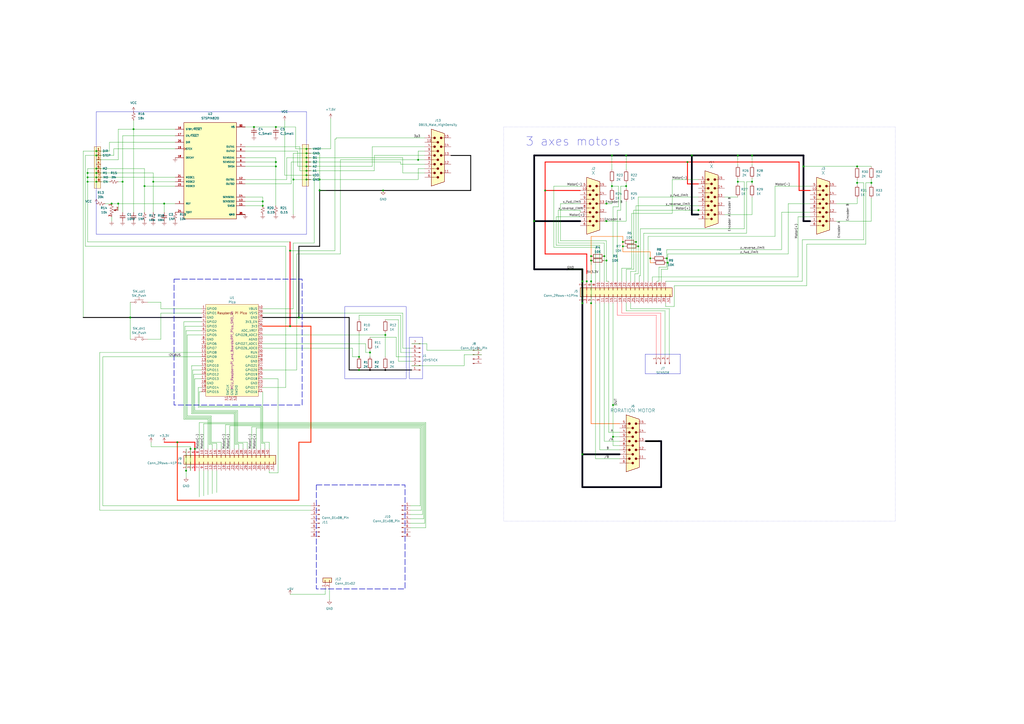
<source format=kicad_sch>
(kicad_sch (version 20230121) (generator eeschema)
  (paper "A2")
  (lib_symbols
    (symbol "Connector:Conn_01x04_Pin" (pin_names (offset 1.016) hide)
      (property "Reference" "J" (at 0 5.08 0))
      (property "Value" "Conn_01x04_Pin" (at 0 -7.62 0))
      (symbol "Conn_01x04_Pin_1_1"
        (pin passive line (at 5.08 2.54 180) (length 3.81) (name "Pin_1") (number "1"))
        (pin passive line (at 5.08 0 180) (length 3.81) (name "Pin_2") (number "2"))
        (pin passive line (at 5.08 -2.54 180) (length 3.81) (name "Pin_3") (number "3"))
        (pin passive line (at 5.08 -5.08 180) (length 3.81) (name "Pin_4") (number "4"))
      )
    )
    (symbol "Connector:Conn_01x07_Pin" (pin_names (offset 1.016) hide)
      (property "Reference" "J" (at 0 10.16 0))
      (property "Value" "Conn_01x07_Pin" (at 0 -10.16 0))
      (symbol "Conn_01x07_Pin_1_1"
        (pin passive line (at 5.08 7.62 180) (length 3.81) (name "Pin_1") (number "1"))
        (pin passive line (at 5.08 5.08 180) (length 3.81) (name "Pin_2") (number "2"))
        (pin passive line (at 5.08 2.54 180) (length 3.81) (name "Pin_3") (number "3"))
        (pin passive line (at 5.08 0 180) (length 3.81) (name "Pin_4") (number "4"))
        (pin passive line (at 5.08 -2.54 180) (length 3.81) (name "Pin_5") (number "5"))
        (pin passive line (at 5.08 -5.08 180) (length 3.81) (name "Pin_6") (number "6"))
        (pin passive line (at 5.08 -7.62 180) (length 3.81) (name "Pin_7") (number "7"))
      )
    )
    (symbol "Connector:Conn_01x08_Pin" (pin_names (offset 1.016) hide)
      (property "Reference" "J" (at 0 10.16 0))
      (property "Value" "Conn_01x08_Pin" (at 0 -12.7 0))
      (symbol "Conn_01x08_Pin_1_1"
        (pin passive line (at 5.08 7.62 180) (length 3.81) (name "Pin_1") (number "1"))
        (pin passive line (at 5.08 5.08 180) (length 3.81) (name "Pin_2") (number "2"))
        (pin passive line (at 5.08 2.54 180) (length 3.81) (name "Pin_3") (number "3"))
        (pin passive line (at 5.08 0 180) (length 3.81) (name "Pin_4") (number "4"))
        (pin passive line (at 5.08 -2.54 180) (length 3.81) (name "Pin_5") (number "5"))
        (pin passive line (at 5.08 -5.08 180) (length 3.81) (name "Pin_6") (number "6"))
        (pin passive line (at 5.08 -7.62 180) (length 3.81) (name "Pin_7") (number "7"))
        (pin passive line (at 5.08 -10.16 180) (length 3.81) (name "Pin_8") (number "8"))
      )
    )
    (symbol "Connector:DB15_Male_HighDensity" (pin_names (offset 1.016) hide)
      (property "Reference" "J" (at 0 21.59 0))
      (property "Value" "DB15_Male_HighDensity" (at 0 19.05 0))
      (symbol "DB15_Male_HighDensity_1_1"
        (pin passive line (at -7.62 -7.62 0) (length 5.08) (name "~") (number "1"))
        (pin passive line (at -7.62 10.16 0) (length 5.08) (name "~") (number "10"))
        (pin passive line (at 7.62 -7.62 180) (length 5.08) (name "~") (number "11"))
        (pin passive line (at 7.62 -2.54 180) (length 5.08) (name "~") (number "12"))
        (pin passive line (at 7.62 2.54 180) (length 5.08) (name "~") (number "13"))
        (pin passive line (at 7.62 7.62 180) (length 5.08) (name "~") (number "14"))
        (pin passive line (at 7.62 12.7 180) (length 5.08) (name "~") (number "15"))
        (pin passive line (at -7.62 -2.54 0) (length 5.08) (name "~") (number "2"))
        (pin passive line (at -7.62 2.54 0) (length 5.08) (name "~") (number "3"))
        (pin passive line (at -7.62 7.62 0) (length 5.08) (name "~") (number "4"))
        (pin passive line (at -7.62 12.7 0) (length 5.08) (name "~") (number "5"))
        (pin passive line (at -7.62 -10.16 0) (length 5.08) (name "~") (number "6"))
        (pin passive line (at -7.62 -5.08 0) (length 5.08) (name "~") (number "7"))
        (pin passive line (at -7.62 0 0) (length 5.08) (name "~") (number "8"))
        (pin passive line (at -7.62 5.08 0) (length 5.08) (name "~") (number "9"))
      )
    )
    (symbol "Connector:DE15_Plug_HighDensity" (pin_names (offset 1.016) hide)
      (property "Reference" "J" (at 0 21.59 0))
      (property "Value" "DE15_Plug_HighDensity" (at 0 19.05 0))
      (symbol "DE15_Plug_HighDensity_1_1"
        (pin passive line (at -7.62 -7.62 0) (length 5.08) (name "~") (number "1"))
        (pin passive line (at -7.62 10.16 0) (length 5.08) (name "~") (number "10"))
        (pin passive line (at 7.62 -7.62 180) (length 5.08) (name "~") (number "11"))
        (pin passive line (at 7.62 -2.54 180) (length 5.08) (name "~") (number "12"))
        (pin passive line (at 7.62 2.54 180) (length 5.08) (name "~") (number "13"))
        (pin passive line (at 7.62 7.62 180) (length 5.08) (name "~") (number "14"))
        (pin passive line (at 7.62 12.7 180) (length 5.08) (name "~") (number "15"))
        (pin passive line (at -7.62 -2.54 0) (length 5.08) (name "~") (number "2"))
        (pin passive line (at -7.62 2.54 0) (length 5.08) (name "~") (number "3"))
        (pin passive line (at -7.62 7.62 0) (length 5.08) (name "~") (number "4"))
        (pin passive line (at -7.62 12.7 0) (length 5.08) (name "~") (number "5"))
        (pin passive line (at -7.62 -10.16 0) (length 5.08) (name "~") (number "6"))
        (pin passive line (at -7.62 -5.08 0) (length 5.08) (name "~") (number "7"))
        (pin passive line (at -7.62 0 0) (length 5.08) (name "~") (number "8"))
        (pin passive line (at -7.62 5.08 0) (length 5.08) (name "~") (number "9"))
      )
    )
    (symbol "Connector_Generic:Conn_01x02" (pin_names (offset 1.016) hide)
      (property "Reference" "J" (at 0 2.54 0))
      (property "Value" "Conn_01x02" (at 0 -5.08 0))
      (symbol "Conn_01x02_1_1"
        (pin passive line (at -5.08 0 0) (length 3.81) (name "Pin_1") (number "1"))
        (pin passive line (at -5.08 -2.54 0) (length 3.81) (name "Pin_2") (number "2"))
      )
    )
    (symbol "Connector_Generic:Conn_2Rows-41Pins" (pin_names (offset 1.016) hide)
      (property "Reference" "J" (at 1.27 27.94 0))
      (property "Value" "Conn_2Rows-41Pins" (at 1.27 -27.94 0))
      (symbol "Conn_2Rows-41Pins_1_1"
        (pin passive line (at -5.08 25.4 0) (length 3.81) (name "Pin_1") (number "1"))
        (pin passive line (at 7.62 15.24 180) (length 3.81) (name "Pin_10") (number "10"))
        (pin passive line (at -5.08 12.7 0) (length 3.81) (name "Pin_11") (number "11"))
        (pin passive line (at 7.62 12.7 180) (length 3.81) (name "Pin_12") (number "12"))
        (pin passive line (at -5.08 10.16 0) (length 3.81) (name "Pin_13") (number "13"))
        (pin passive line (at 7.62 10.16 180) (length 3.81) (name "Pin_14") (number "14"))
        (pin passive line (at -5.08 7.62 0) (length 3.81) (name "Pin_15") (number "15"))
        (pin passive line (at 7.62 7.62 180) (length 3.81) (name "Pin_16") (number "16"))
        (pin passive line (at -5.08 5.08 0) (length 3.81) (name "Pin_17") (number "17"))
        (pin passive line (at 7.62 5.08 180) (length 3.81) (name "Pin_18") (number "18"))
        (pin passive line (at -5.08 2.54 0) (length 3.81) (name "Pin_19") (number "19"))
        (pin passive line (at 7.62 25.4 180) (length 3.81) (name "Pin_2") (number "2"))
        (pin passive line (at 7.62 2.54 180) (length 3.81) (name "Pin_20") (number "20"))
        (pin passive line (at -5.08 0 0) (length 3.81) (name "Pin_21") (number "21"))
        (pin passive line (at 7.62 0 180) (length 3.81) (name "Pin_22") (number "22"))
        (pin passive line (at -5.08 -2.54 0) (length 3.81) (name "Pin_23") (number "23"))
        (pin passive line (at 7.62 -2.54 180) (length 3.81) (name "Pin_24") (number "24"))
        (pin passive line (at -5.08 -5.08 0) (length 3.81) (name "Pin_25") (number "25"))
        (pin passive line (at 7.62 -5.08 180) (length 3.81) (name "Pin_26") (number "26"))
        (pin passive line (at -5.08 -7.62 0) (length 3.81) (name "Pin_27") (number "27"))
        (pin passive line (at 7.62 -7.62 180) (length 3.81) (name "Pin_28") (number "28"))
        (pin passive line (at -5.08 -10.16 0) (length 3.81) (name "Pin_29") (number "29"))
        (pin passive line (at -5.08 22.86 0) (length 3.81) (name "Pin_3") (number "3"))
        (pin passive line (at 7.62 -10.16 180) (length 3.81) (name "Pin_30") (number "30"))
        (pin passive line (at -5.08 -12.7 0) (length 3.81) (name "Pin_31") (number "31"))
        (pin passive line (at 7.62 -12.7 180) (length 3.81) (name "Pin_32") (number "32"))
        (pin passive line (at -5.08 -15.24 0) (length 3.81) (name "Pin_33") (number "33"))
        (pin passive line (at 7.62 -15.24 180) (length 3.81) (name "Pin_34") (number "34"))
        (pin passive line (at -5.08 -17.78 0) (length 3.81) (name "Pin_35") (number "35"))
        (pin passive line (at 7.62 -17.78 180) (length 3.81) (name "Pin_36") (number "36"))
        (pin passive line (at -5.08 -20.32 0) (length 3.81) (name "Pin_37") (number "37"))
        (pin passive line (at 7.62 -20.32 180) (length 3.81) (name "Pin_38") (number "38"))
        (pin passive line (at -5.08 -22.86 0) (length 3.81) (name "Pin_39") (number "39"))
        (pin passive line (at 7.62 22.86 180) (length 3.81) (name "Pin_4") (number "4"))
        (pin passive line (at 7.62 -22.86 180) (length 3.81) (name "Pin_40") (number "40"))
        (pin passive line (at -5.08 -25.4 0) (length 3.81) (name "Pin_41") (number "41"))
        (pin passive line (at -5.08 20.32 0) (length 3.81) (name "Pin_5") (number "5"))
        (pin passive line (at 7.62 20.32 180) (length 3.81) (name "Pin_6") (number "6"))
        (pin passive line (at -5.08 17.78 0) (length 3.81) (name "Pin_7") (number "7"))
        (pin passive line (at 7.62 17.78 180) (length 3.81) (name "Pin_8") (number "8"))
        (pin passive line (at -5.08 15.24 0) (length 3.81) (name "Pin_9") (number "9"))
      )
    )
    (symbol "Device:C_Small" (pin_numbers hide) (pin_names (offset 0.254) hide)
      (property "Reference" "C" (at 0.254 1.778 0))
      (property "Value" "C_Small" (at 0.254 -2.032 0))
      (symbol "C_Small_1_1"
        (pin passive line (at 0 2.54 270) (length 2.032) (name "~") (number "1"))
        (pin passive line (at 0 -2.54 90) (length 2.032) (name "~") (number "2"))
      )
    )
    (symbol "Device:R" (pin_numbers hide) (pin_names (offset 0))
      (property "Reference" "R" (at 2.032 0 90))
      (property "Value" "R" (at 0 0 90))
      (symbol "R_1_1"
        (pin passive line (at 0 3.81 270) (length 1.27) (name "~") (number "1"))
        (pin passive line (at 0 -3.81 90) (length 1.27) (name "~") (number "2"))
      )
    )
    (symbol "Device:R_Potentiometer_US" (pin_names (offset 1.016) hide)
      (property "Reference" "RV" (at -4.445 0 90))
      (property "Value" "R_Potentiometer_US" (at -2.54 0 90))
      (symbol "R_Potentiometer_US_1_1"
        (pin passive line (at 0 3.81 270) (length 1.27) (name "1") (number "1"))
        (pin passive line (at 3.81 0 180) (length 1.27) (name "2") (number "2"))
        (pin passive line (at 0 -3.81 90) (length 1.27) (name "3") (number "3"))
      )
    )
    (symbol "Device:R_Small_US" (pin_numbers hide) (pin_names (offset 0.254) hide)
      (property "Reference" "R" (at 0.762 0.508 0))
      (property "Value" "R_Small_US" (at 0.762 -1.016 0))
      (symbol "R_Small_US_1_1"
        (pin passive line (at 0 2.54 270) (length 1.016) (name "~") (number "1"))
        (pin passive line (at 0 -2.54 90) (length 1.016) (name "~") (number "2"))
      )
    )
    (symbol "MCU_RaspberryPi_and_Boards:Pico"
      (property "Reference" "U" (at -13.97 27.94 0))
      (property "Value" "Pico" (at 0 19.05 0))
      (symbol "Pico_0_0"
        (text "Raspberry Pi Pico" (at 0 21.59 0) (effects (font (size 1.27 1.27))))
      )
      (symbol "Pico_1_1"
        (pin bidirectional line (at -17.78 24.13 0) (length 2.54) (name "GPIO0") (number "1"))
        (pin bidirectional line (at -17.78 1.27 0) (length 2.54) (name "GPIO7") (number "10"))
        (pin bidirectional line (at -17.78 -1.27 0) (length 2.54) (name "GPIO8") (number "11"))
        (pin bidirectional line (at -17.78 -3.81 0) (length 2.54) (name "GPIO9") (number "12"))
        (pin power_in line (at -17.78 -6.35 0) (length 2.54) (name "GND") (number "13"))
        (pin bidirectional line (at -17.78 -8.89 0) (length 2.54) (name "GPIO10") (number "14"))
        (pin bidirectional line (at -17.78 -11.43 0) (length 2.54) (name "GPIO11") (number "15"))
        (pin bidirectional line (at -17.78 -13.97 0) (length 2.54) (name "GPIO12") (number "16"))
        (pin bidirectional line (at -17.78 -16.51 0) (length 2.54) (name "GPIO13") (number "17"))
        (pin power_in line (at -17.78 -19.05 0) (length 2.54) (name "GND") (number "18"))
        (pin bidirectional line (at -17.78 -21.59 0) (length 2.54) (name "GPIO14") (number "19"))
        (pin bidirectional line (at -17.78 21.59 0) (length 2.54) (name "GPIO1") (number "2"))
        (pin bidirectional line (at -17.78 -24.13 0) (length 2.54) (name "GPIO15") (number "20"))
        (pin bidirectional line (at 17.78 -24.13 180) (length 2.54) (name "GPIO16") (number "21"))
        (pin bidirectional line (at 17.78 -21.59 180) (length 2.54) (name "GPIO17") (number "22"))
        (pin power_in line (at 17.78 -19.05 180) (length 2.54) (name "GND") (number "23"))
        (pin bidirectional line (at 17.78 -16.51 180) (length 2.54) (name "GPIO18") (number "24"))
        (pin bidirectional line (at 17.78 -13.97 180) (length 2.54) (name "GPIO19") (number "25"))
        (pin bidirectional line (at 17.78 -11.43 180) (length 2.54) (name "GPIO20") (number "26"))
        (pin bidirectional line (at 17.78 -8.89 180) (length 2.54) (name "GPIO21") (number "27"))
        (pin power_in line (at 17.78 -6.35 180) (length 2.54) (name "GND") (number "28"))
        (pin bidirectional line (at 17.78 -3.81 180) (length 2.54) (name "GPIO22") (number "29"))
        (pin power_in line (at -17.78 19.05 0) (length 2.54) (name "GND") (number "3"))
        (pin input line (at 17.78 -1.27 180) (length 2.54) (name "RUN") (number "30"))
        (pin bidirectional line (at 17.78 1.27 180) (length 2.54) (name "GPIO26_ADC0") (number "31"))
        (pin bidirectional line (at 17.78 3.81 180) (length 2.54) (name "GPIO27_ADC1") (number "32"))
        (pin power_in line (at 17.78 6.35 180) (length 2.54) (name "AGND") (number "33"))
        (pin bidirectional line (at 17.78 8.89 180) (length 2.54) (name "GPIO28_ADC2") (number "34"))
        (pin power_in line (at 17.78 11.43 180) (length 2.54) (name "ADC_VREF") (number "35"))
        (pin power_in line (at 17.78 13.97 180) (length 2.54) (name "3V3") (number "36"))
        (pin input line (at 17.78 16.51 180) (length 2.54) (name "3V3_EN") (number "37"))
        (pin bidirectional line (at 17.78 19.05 180) (length 2.54) (name "GND") (number "38"))
        (pin power_in line (at 17.78 21.59 180) (length 2.54) (name "VSYS") (number "39"))
        (pin bidirectional line (at -17.78 16.51 0) (length 2.54) (name "GPIO2") (number "4"))
        (pin power_in line (at 17.78 24.13 180) (length 2.54) (name "VBUS") (number "40"))
        (pin input line (at -2.54 -29.21 90) (length 2.54) (name "SWCLK") (number "41"))
        (pin power_in line (at 0 -29.21 90) (length 2.54) (name "GND") (number "42"))
        (pin bidirectional line (at 2.54 -29.21 90) (length 2.54) (name "SWDIO") (number "43"))
        (pin bidirectional line (at -17.78 13.97 0) (length 2.54) (name "GPIO3") (number "5"))
        (pin bidirectional line (at -17.78 11.43 0) (length 2.54) (name "GPIO4") (number "6"))
        (pin bidirectional line (at -17.78 8.89 0) (length 2.54) (name "GPIO5") (number "7"))
        (pin power_in line (at -17.78 6.35 0) (length 2.54) (name "GND") (number "8"))
        (pin bidirectional line (at -17.78 3.81 0) (length 2.54) (name "GPIO6") (number "9"))
      )
    )
    (symbol "STSPIN820:STSPIN820" (pin_names (offset 1.016))
      (property "Reference" "U?" (at 0 33.02 0))
      (property "Value" "STSPIN820" (at 0 30.48 0))
      (symbol "STSPIN820_0_0"
        (pin input line (at -20.32 -19.05 0) (length 5.08) (name "REF") (number "1"))
        (pin power_in line (at 20.32 25.4 180) (length 5.08) (name "VS") (number "10"))
        (pin output line (at 20.32 -7.62 180) (length 5.08) (name "OUTB2") (number "11"))
        (pin output line (at 20.32 -5.08 180) (length 5.08) (name "OUTB1") (number "12"))
        (pin output line (at 20.32 -17.78 180) (length 5.08) (name "SENSEB2") (number "13"))
        (pin output line (at 20.32 -15.24 180) (length 5.08) (name "SENSEB1") (number "14"))
        (pin input line (at 20.32 -20.32 180) (length 5.08) (name "SNSB") (number "15"))
        (pin input line (at -20.32 24.13 0) (length 5.08) (name "STBY/~{RESET}") (number "16"))
        (pin bidirectional line (at -20.32 20.32 0) (length 5.08) (name "EN/~{FAULT}") (number "17"))
        (pin input line (at -20.32 7.62 0) (length 5.08) (name "DECAY") (number "18"))
        (pin input clock (at -20.32 12.7 0) (length 5.08) (name "STCK") (number "19"))
        (pin power_in line (at 20.32 -25.4 180) (length 5.08) (name "GND") (number "2"))
        (pin input line (at -20.32 16.51 0) (length 5.08) (name "DIR") (number "20"))
        (pin input line (at -20.32 -3.81 0) (length 5.08) (name "MODE1") (number "21"))
        (pin input line (at -20.32 -6.35 0) (length 5.08) (name "MODE2") (number "22"))
        (pin input line (at -20.32 -8.89 0) (length 5.08) (name "MODE3") (number "23"))
        (pin input line (at -20.32 -24.13 0) (length 5.08) (name "TOFF") (number "24"))
        (pin power_in line (at 20.32 -25.4 180) (length 5.08) (name "GND") (number "25"))
        (pin power_in line (at 20.32 -25.4 180) (length 5.08) (name "GND") (number "3"))
        (pin input line (at 20.32 2.54 180) (length 5.08) (name "SNSA") (number "4"))
        (pin output line (at 20.32 7.62 180) (length 5.08) (name "SENSEA1") (number "5"))
        (pin output line (at 20.32 5.08 180) (length 5.08) (name "SENSEA2") (number "6"))
        (pin output line (at 20.32 13.97 180) (length 5.08) (name "OUTA1") (number "7"))
        (pin output line (at 20.32 11.43 180) (length 5.08) (name "OUTA2") (number "8"))
        (pin power_in line (at 20.32 25.4 180) (length 5.08) (name "VS") (number "9"))
      )
      (symbol "STSPIN820_1_1"
        (pin output line (at 55.88 0 0) (length 2.54) (name "A1") (number ""))
        (pin output line (at 55.88 2.54 0) (length 2.54) (name "A2") (number ""))
        (pin output line (at 55.88 7.62 0) (length 2.54) (name "B1") (number ""))
        (pin output line (at 55.88 5.08 0) (length 2.54) (name "B2") (number ""))
        (pin output line (at 55.88 -5.08 0) (length 2.54) (name "GND") (number ""))
        (pin output line (at 55.88 10.16 0) (length 2.54) (name "GND") (number ""))
        (pin output line (at 55.88 -2.54 0) (length 2.54) (name "VDD") (number ""))
        (pin output line (at 55.88 12.7 0) (length 2.54) (name "VMOT") (number ""))
        (pin output line (at -66.04 11.43 0) (length 2.54) (name "DIR") (number "1"))
        (pin output line (at -66.04 8.89 0) (length 2.54) (name "STEP") (number "2"))
        (pin output line (at -66.04 6.35 0) (length 2.54) (name "") (number "3"))
        (pin output line (at -66.04 3.81 0) (length 2.54) (name "") (number "4"))
        (pin output line (at -66.04 1.27 0) (length 2.54) (name "M2") (number "5"))
        (pin output line (at -66.04 -1.27 0) (length 2.54) (name "M1") (number "6"))
        (pin output line (at -66.04 -3.81 0) (length 3) (name "M0") (number "7"))
        (pin output line (at -66.04 -6.35 0) (length 3) (name "EN") (number "8"))
      )
    )
    (symbol "Switch:SW_Push" (pin_numbers hide) (pin_names (offset 1.016) hide)
      (property "Reference" "SW" (at 1.27 2.54 0))
      (property "Value" "SW_Push" (at 0 -1.524 0))
      (symbol "SW_Push_0_1"
        (pin passive line (at -5.08 0 0) (length 2.54) (name "1") (number "1"))
        (pin passive line (at 5.08 0 180) (length 2.54) (name "2") (number "2"))
      )
    )
    (symbol "power:+3.3V" (power) (pin_names (offset 0))
      (property "Value" "+3.3V" (at 0 3.556 0))
      (symbol "+3.3V_1_1"
        (pin power_in line (at 0 0 90) (length 0) hide (name "+3.3V") (number "1"))
      )
    )
    (symbol "power:+5V" (power) (pin_names (offset 0))
      (property "Value" "+5V" (at 0 3.556 0))
      (symbol "+5V_1_1"
        (pin power_in line (at 0 0 90) (length 0) hide (name "+5V") (number "1"))
      )
    )
    (symbol "power:+7.5V" (power) (pin_names (offset 0))
      (property "Value" "+7.5V" (at 0 3.556 0))
      (symbol "+7.5V_1_1"
        (pin power_in line (at 0 0 90) (length 0) hide (name "+7.5V") (number "1"))
      )
    )
    (symbol "power:Earth" (power) (pin_names (offset 0))
      (symbol "Earth_1_1"
        (pin power_in line (at 0 0 270) (length 0) hide (name "Earth") (number "1"))
      )
    )
    (symbol "power:GND" (power) (pin_names (offset 0))
      (property "Value" "GND" (at 0 -3.81 0))
      (symbol "GND_1_1"
        (pin power_in line (at 0 0 270) (length 0) hide (name "GND") (number "1"))
      )
    )
    (symbol "power:VCC" (power) (pin_names (offset 0))
      (property "Value" "VCC" (at 0 3.81 0))
      (symbol "VCC_1_1"
        (pin power_in line (at 0 0 90) (length 0) hide (name "VCC") (number "1"))
      )
    )
  )
  (junction (at 354.965 90.17))
  (junction (at 173.355 184.15))
  (junction (at 168.275 189.23))
  (junction (at 342.9 175.895))
  (junction (at 71.12 105.41))
  (junction (at 361.315 140.335))
  (junction (at 55.88 102.87))
  (junction (at 147.32 73.66))
  (junction (at 337.82 175.895))
  (junction (at 75.565 184.15))
  (junction (at 342.9 148.59))
  (junction (at 177.8 93.98))
  (junction (at 350.52 148.59))
  (junction (at 398.78 93.98))
  (junction (at 160.02 93.98))
  (junction (at 50.8 100.33))
  (junction (at 170.18 104.14))
  (junction (at 342.9 151.13))
  (junction (at 152.4 116.84))
  (junction (at 377.19 149.86))
  (junction (at 50.8 102.87))
  (junction (at 351.79 118.11))
  (junction (at 214.63 214.63) (color 4 0 0 1))
  (junction (at 387.35 152.4))
  (junction (at 68.58 118.11))
  (junction (at 222.25 110.49))
  (junction (at 361.315 142.875))
  (junction (at 436.245 90.17))
  (junction (at 208.28 214.63))
  (junction (at 77.47 74.93))
  (junction (at 55.88 105.41))
  (junction (at 177.8 86.36))
  (junction (at 88.9 105.41))
  (junction (at 102.87 256.54))
  (junction (at 50.8 105.41))
  (junction (at 95.25 118.11))
  (junction (at 351.79 128.27))
  (junction (at 363.22 107.95))
  (junction (at 177.8 99.06))
  (junction (at 208.28 207.01))
  (junction (at 363.22 90.17))
  (junction (at 242.57 92.71))
  (junction (at 436.245 105.41))
  (junction (at 177.8 88.9))
  (junction (at 107.95 273.05))
  (junction (at 427.99 105.41))
  (junction (at 342.9 163.195))
  (junction (at 185.42 110.49))
  (junction (at 185.42 104.14))
  (junction (at 152.4 119.38))
  (junction (at 64.77 118.11))
  (junction (at 55.88 90.17))
  (junction (at 351.79 151.13))
  (junction (at 160.02 96.52))
  (junction (at 370.205 142.875))
  (junction (at 214.63 204.47))
  (junction (at 55.88 97.79))
  (junction (at 355.6 234.95))
  (junction (at 340.36 163.195))
  (junction (at 368.935 140.335))
  (junction (at 401.32 90.17))
  (junction (at 354.965 107.95))
  (junction (at 160.02 73.66))
  (junction (at 497.205 106.045))
  (junction (at 223.52 194.31))
  (junction (at 177.8 91.44))
  (junction (at 55.88 87.63))
  (junction (at 316.23 110.49))
  (junction (at 168.275 145.415))
  (junction (at 110.49 260.35))
  (junction (at 386.715 149.86))
  (junction (at 505.46 106.045))
  (junction (at 309.88 128.27))
  (junction (at 177.8 101.6))
  (junction (at 177.8 96.52))
  (junction (at 337.82 163.195))
  (junction (at 55.88 100.33))
  (junction (at 427.99 90.17))
  (junction (at 337.82 263.525))
  (junction (at 405.13 121.92))
  (junction (at 223.52 214.63) (color 4 0 0 1))
  (junction (at 355.6 253.365))
  (junction (at 83.82 107.95))
  (junction (at 177.8 104.14))
  (junction (at 466.09 96.52))
  (junction (at 113.03 260.35))
  (junction (at 497.205 96.52))
  (wire (pts (xy 60.96 118.11) (xy 64.77 118.11)))
  (wire (pts (xy 55.88 97.79) (xy 83.82 97.79)))
  (wire (pts (xy 261.62 90.17) (xy 273.05 90.17)) (stroke (width 0.5) (color 0 0 0 1)))
  (wire (pts (xy 366.395 123.825) (xy 389.89 123.825)))
  (wire (pts (xy 497.205 118.11) (xy 497.205 114.935)))
  (wire (pts (xy 115.57 245.11) (xy 247.015 245.11)))
  (wire (pts (xy 325.12 139.7) (xy 351.79 139.7)))
  (wire (pts (xy 151.765 235.585) (xy 115.57 235.585)))
  (wire (pts (xy 57.785 204.47) (xy 116.84 204.47)))
  (wire (pts (xy 232.41 204.47) (xy 238.76 204.47)))
  (wire (pts (xy 121.285 242.57) (xy 121.285 257.81)))
  (wire (pts (xy 359.41 266.065) (xy 345.44 266.065)))
  (wire (pts (xy 342.9 158.75) (xy 342.9 163.195)))
  (wire (pts (xy 387.35 147.32) (xy 387.35 152.4)))
  (wire (pts (xy 387.35 156.21) (xy 383.54 156.21)))
  (wire (pts (xy 368.935 140.335) (xy 368.935 157.48)))
  (wire (pts (xy 180.34 295.91) (xy 57.785 295.91)))
  (wire (pts (xy 152.4 227.33) (xy 152.4 256.54)))
  (wire (pts (xy 108.585 241.3) (xy 108.585 194.31)))
  (wire (pts (xy 420.37 114.3) (xy 427.99 114.3)))
  (wire (pts (xy 136.525 239.395) (xy 111.76 239.395)))
  (wire (pts (xy 185.42 104.14) (xy 185.42 88.9)))
  (wire (pts (xy 128.27 256.54) (xy 122.555 256.54)))
  (wire (pts (xy 363.22 116.84) (xy 363.22 128.27)))
  (wire (pts (xy 363.22 175.895) (xy 363.22 180.34)))
  (wire (pts (xy 342.9 151.13) (xy 342.9 158.75)) (stroke (width 0.3) (color 255 128 34 1)))
  (wire (pts (xy 231.14 209.55) (xy 238.76 209.55)))
  (wire (pts (xy 50.8 140.335) (xy 168.275 140.335)))
  (wire (pts (xy 50.8 102.87) (xy 50.8 105.41)))
  (wire (pts (xy 232.41 93.98) (xy 177.8 93.98)))
  (wire (pts (xy 188.595 341.63) (xy 188.595 344.805)))
  (wire (pts (xy 208.28 193.04) (xy 208.28 207.01)))
  (wire (pts (xy 359.41 255.905) (xy 350.52 255.905)))
  (wire (pts (xy 118.11 245.745) (xy 118.11 260.35)))
  (wire (pts (xy 202.565 214.63) (xy 202.565 184.15)) (stroke (width 0.5) (color 0 0 0 1)))
  (polyline (pts (xy 177.8 135.89) (xy 55.88 135.89)))
  (wire (pts (xy 405.13 124.46) (xy 401.32 124.46)) (stroke (width 1) (color 0 8 19 1)))
  (wire (pts (xy 68.58 74.93) (xy 77.47 74.93)))
  (wire (pts (xy 57.785 295.91) (xy 57.785 204.47)))
  (wire (pts (xy 391.16 177.8) (xy 391.16 165.735)))
  (wire (pts (xy 238.125 293.37) (xy 243.84 293.37)))
  (wire (pts (xy 386.715 144.78) (xy 453.39 144.78)))
  (wire (pts (xy 102.87 290.195) (xy 102.87 256.54)) (stroke (width 0.5) (color 255 39 0 1)))
  (wire (pts (xy 172.72 87.63) (xy 172.72 96.52)))
  (wire (pts (xy 191.77 68.58) (xy 191.77 86.36)))
  (wire (pts (xy 115.57 245.11) (xy 115.57 260.35)))
  (wire (pts (xy 337.82 171.45) (xy 337.82 175.895)) (stroke (width 1) (color 0 0 13 1)))
  (wire (pts (xy 172.085 147.32) (xy 172.085 214.63)))
  (wire (pts (xy 466.09 128.27) (xy 466.09 96.52)) (stroke (width 1) (color 0 0 13 1)))
  (wire (pts (xy 55.88 100.33) (xy 88.9 100.33)))
  (wire (pts (xy 233.68 181.61) (xy 233.68 201.93)))
  (wire (pts (xy 121.285 257.81) (xy 123.19 257.81)))
  (wire (pts (xy 114.935 236.22) (xy 114.935 224.79)))
  (wire (pts (xy 125.73 260.35) (xy 125.73 257.175)))
  (wire (pts (xy 309.88 156.21) (xy 328.93 156.21)) (stroke (width 1) (color 0 0 13 1)))
  (wire (pts (xy 77.47 74.93) (xy 77.47 123.19)))
  (wire (pts (xy 180.34 189.23) (xy 180.34 256.54)) (stroke (width 0.5) (color 255 39 0 1)))
  (wire (pts (xy 243.84 248.285) (xy 243.84 293.37)))
  (wire (pts (xy 371.475 160.02) (xy 370.84 160.02)))
  (wire (pts (xy 133.35 247.015) (xy 133.35 260.35)))
  (wire (pts (xy 336.55 125.73) (xy 322.58 125.73)))
  (wire (pts (xy 173.99 85.09) (xy 173.99 99.06)))
  (wire (pts (xy 247.65 203.2) (xy 247.65 199.39)))
  (wire (pts (xy 358.14 121.92) (xy 358.14 163.195)))
  (wire (pts (xy 363.22 90.17) (xy 363.22 98.425)))
  (wire (pts (xy 140.97 257.175) (xy 137.16 257.175)))
  (wire (pts (xy 242.57 97.79) (xy 242.57 104.14)))
  (wire (pts (xy 465.455 163.195) (xy 386.08 163.195)))
  (wire (pts (xy 342.9 176.53) (xy 342.9 245.745)) (stroke (width 0.3) (color 255 90 4 1)))
  (wire (pts (xy 50.8 105.41) (xy 55.88 105.41)))
  (wire (pts (xy 238.125 295.91) (xy 244.475 295.91)))
  (wire (pts (xy 436.245 124.46) (xy 436.245 114.3)))
  (wire (pts (xy 95.25 256.54) (xy 102.87 256.54)) (stroke (width 0.5) (color 255 13 2 1)))
  (wire (pts (xy 427.99 105.41) (xy 431.8 105.41)))
  (wire (pts (xy 359.41 250.825) (xy 353.06 250.825)))
  (wire (pts (xy 420.37 124.46) (xy 436.245 124.46)))
  (wire (pts (xy 358.775 107.95) (xy 358.775 120.015)))
  (wire (pts (xy 142.24 87.63) (xy 172.72 87.63)))
  (wire (pts (xy 173.355 142.875) (xy 173.355 184.15)) (stroke (width 0.5) (color 0 0 0 1)))
  (wire (pts (xy 363.22 90.17) (xy 401.32 90.17)) (stroke (width 1) (color 0 0 13 1)))
  (wire (pts (xy 148.59 248.285) (xy 243.84 248.285)))
  (wire (pts (xy 351.79 151.13) (xy 351.79 163.195)))
  (wire (pts (xy 214.63 203.2) (xy 214.63 204.47)))
  (wire (pts (xy 173.355 256.54) (xy 173.355 290.195)) (stroke (width 0.5) (color 255 39 0 1)))
  (wire (pts (xy 383.54 181.61) (xy 360.68 181.61)) (stroke (width 0) (color 255 10 23 1)))
  (wire (pts (xy 378.46 160.655) (xy 378.46 163.195)))
  (wire (pts (xy 68.58 92.71) (xy 68.58 74.93)))
  (wire (pts (xy 185.42 109.855) (xy 185.42 110.49)) (stroke (width 0.5) (color 0 0 0 1)))
  (wire (pts (xy 463.55 110.49) (xy 469.9 110.49)) (stroke (width 0.5) (color 255 7 0 1)))
  (wire (pts (xy 107.315 242.57) (xy 121.285 242.57)))
  (wire (pts (xy 405.13 121.92) (xy 405.765 121.92)))
  (wire (pts (xy 382.27 163.195) (xy 381 163.195)))
  (wire (pts (xy 336.55 121.92) (xy 323.85 121.92)))
  (wire (pts (xy 497.205 106.045) (xy 501.015 106.045)))
  (wire (pts (xy 212.09 199.39) (xy 152.4 199.39)))
  (wire (pts (xy 173.355 184.15) (xy 202.565 184.15)) (stroke (width 0.5) (color 0 0 0 1)))
  (wire (pts (xy 368.935 157.48) (xy 365.76 157.48)))
  (wire (pts (xy 138.43 260.35) (xy 138.43 257.81)))
  (wire (pts (xy 191.135 341.63) (xy 191.135 347.98)))
  (polyline (pts (xy 55.88 64.77) (xy 55.88 135.89)))
  (wire (pts (xy 436.245 90.17) (xy 427.99 90.17)) (stroke (width 1) (color 0 0 13 1)))
  (wire (pts (xy 93.345 175.26) (xy 93.345 179.07)))
  (wire (pts (xy 321.31 107.95) (xy 321.31 143.51)))
  (wire (pts (xy 354.965 106.045) (xy 354.965 107.95)))
  (wire (pts (xy 370.205 158.75) (xy 368.3 158.75)))
  (wire (pts (xy 347.98 142.24) (xy 347.98 163.195)))
  (wire (pts (xy 321.31 143.51) (xy 345.44 143.51)))
  (wire (pts (xy 309.88 128.27) (xy 309.88 156.21)) (stroke (width 1) (color 0 0 13 1)))
  (wire (pts (xy 185.42 88.9) (xy 177.8 88.9)))
  (wire (pts (xy 194.945 80.01) (xy 246.38 80.01)))
  (wire (pts (xy 88.9 105.41) (xy 101.6 105.41)))
  (wire (pts (xy 322.58 125.73) (xy 322.58 142.24)))
  (wire (pts (xy 233.68 201.93) (xy 238.76 201.93)))
  (wire (pts (xy 50.8 100.33) (xy 55.88 100.33)))
  (wire (pts (xy 383.2225 206.0575) (xy 383.2225 181.9275)) (stroke (width 0) (color 255 10 23 1)))
  (wire (pts (xy 128.27 260.35) (xy 128.27 256.54)))
  (wire (pts (xy 111.76 214.63) (xy 116.84 214.63)))
  (wire (pts (xy 497.205 104.14) (xy 497.205 106.045)))
  (wire (pts (xy 130.81 246.38) (xy 245.745 246.38)))
  (wire (pts (xy 146.05 247.65) (xy 244.475 247.65)))
  (wire (pts (xy 229.87 195.58) (xy 229.87 207.01)))
  (wire (pts (xy 462.915 125.73) (xy 462.915 160.655)))
  (wire (pts (xy 125.73 273.05) (xy 125.73 285.75)))
  (wire (pts (xy 374.65 255.905) (xy 382.27 255.905)) (stroke (width 1) (color 0 0 0 1)))
  (wire (pts (xy 68.58 118.11) (xy 68.58 121.92)))
  (wire (pts (xy 377.19 149.86) (xy 377.19 152.4)) (stroke (width 0.3) (color 255 128 34 1)))
  (wire (pts (xy 375.92 137.16) (xy 375.92 163.195)))
  (wire (pts (xy 142.24 119.38) (xy 152.4 119.38)))
  (wire (pts (xy 342.9 148.59) (xy 342.9 151.13)) (stroke (width 0.3) (color 255 128 34 1)))
  (wire (pts (xy 168.275 145.415) (xy 194.31 145.415)))
  (wire (pts (xy 161.29 219.71) (xy 152.4 219.71)))
  (wire (pts (xy 152.4 116.84) (xy 152.4 119.38)))
  (wire (pts (xy 337.82 175.895) (xy 337.82 263.525)) (stroke (width 1) (color 0 0 13 1)))
  (wire (pts (xy 118.11 245.745) (xy 246.38 245.745)))
  (wire (pts (xy 185.42 104.14) (xy 242.57 104.14)))
  (wire (pts (xy 273.05 90.17) (xy 273.05 110.49)) (stroke (width 0.5) (color 0 0 0 1)))
  (wire (pts (xy 143.51 260.35) (xy 143.51 256.54)))
  (wire (pts (xy 350.52 128.27) (xy 351.79 128.27)))
  (wire (pts (xy 238.125 298.45) (xy 245.11 298.45)))
  (wire (pts (xy 336.55 121.92) (xy 336.55 123.19)))
  (wire (pts (xy 354.965 116.84) (xy 354.965 118.11)))
  (wire (pts (xy 133.35 247.015) (xy 245.11 247.015)))
  (wire (pts (xy 55.88 90.17) (xy 66.04 90.17)))
  (wire (pts (xy 350.52 151.13) (xy 351.79 151.13)))
  (wire (pts (xy 244.475 247.65) (xy 244.475 295.91)))
  (wire (pts (xy 217.17 90.17) (xy 217.17 99.06)))
  (wire (pts (xy 185.42 104.14) (xy 177.8 104.14)))
  (wire (pts (xy 457.2 118.11) (xy 469.9 118.11)))
  (wire (pts (xy 367.665 121.92) (xy 405.13 121.92)))
  (wire (pts (xy 153.67 260.35) (xy 153.67 257.175)))
  (wire (pts (xy 242.57 92.71) (xy 197.485 92.71)))
  (wire (pts (xy 197.485 147.32) (xy 172.085 147.32)))
  (wire (pts (xy 123.19 286.385) (xy 123.19 273.05)))
  (wire (pts (xy 215.9 96.52) (xy 177.8 96.52)))
  (wire (pts (xy 345.44 143.51) (xy 345.44 163.195)))
  (wire (pts (xy 336.55 110.49) (xy 316.23 110.49)) (stroke (width 0.5) (color 255 7 0 1)))
  (wire (pts (xy 120.65 243.205) (xy 106.68 243.205)))
  (wire (pts (xy 242.57 92.71) (xy 246.38 92.71)))
  (wire (pts (xy 152.4 201.93) (xy 204.47 201.93)))
  (wire (pts (xy 101.6 78.74) (xy 71.12 78.74)))
  (wire (pts (xy 351.79 139.7) (xy 351.79 151.13)))
  (wire (pts (xy 160.02 91.44) (xy 160.02 93.98)))
  (wire (pts (xy 93.345 179.07) (xy 116.84 179.07)))
  (wire (pts (xy 142.24 96.52) (xy 160.02 96.52)))
  (wire (pts (xy 93.345 196.85) (xy 85.725 196.85)))
  (wire (pts (xy 337.82 282.575) (xy 383.54 282.575)) (stroke (width 1) (color 0 0 13 1)))
  (wire (pts (xy 214.63 204.47) (xy 214.63 207.01)))
  (wire (pts (xy 168.275 189.23) (xy 180.34 189.23)) (stroke (width 0.5) (color 255 39 0 1)))
  (wire (pts (xy 115.57 227.33) (xy 116.84 227.33)))
  (wire (pts (xy 160.02 96.52) (xy 160.02 119.38)))
  (wire (pts (xy 361.315 142.875) (xy 361.315 146.05)) (stroke (width 0.3) (color 255 128 34 1)))
  (wire (pts (xy 166.37 104.14) (xy 166.37 91.44)))
  (wire (pts (xy 351.155 118.11) (xy 351.79 118.11)))
  (wire (pts (xy 110.49 260.35) (xy 110.49 273.05)))
  (wire (pts (xy 87.63 259.08) (xy 110.49 259.08)))
  (wire (pts (xy 168.275 145.415) (xy 168.275 189.23)) (stroke (width 0.5) (color 255 0 21 1)))
  (wire (pts (xy 322.58 142.24) (xy 347.98 142.24)))
  (wire (pts (xy 354.965 107.95) (xy 358.775 107.95)))
  (wire (pts (xy 135.89 240.03) (xy 111.125 240.03)))
  (wire (pts (xy 110.49 259.08) (xy 110.49 260.35)))
  (wire (pts (xy 336.55 118.11) (xy 325.12 118.11)))
  (wire (pts (xy 368.3 158.75) (xy 368.3 163.195)))
  (wire (pts (xy 350.52 148.59) (xy 350.52 163.195)))
  (wire (pts (xy 467.995 165.735) (xy 467.995 141.605)))
  (wire (pts (xy 363.22 106.045) (xy 363.22 107.95)))
  (wire (pts (xy 64.77 118.11) (xy 68.58 118.11)))
  (wire (pts (xy 122.555 241.3) (xy 108.585 241.3)))
  (wire (pts (xy 242.57 87.63) (xy 242.57 92.71)))
  (wire (pts (xy 55.88 87.63) (xy 48.26 87.63)))
  (wire (pts (xy 137.16 238.76) (xy 112.395 238.76)))
  (wire (pts (xy 107.315 189.23) (xy 107.315 242.57)))
  (wire (pts (xy 368.935 119.38) (xy 368.935 140.335)))
  (wire (pts (xy 398.78 93.98) (xy 463.55 93.98)) (stroke (width 0.5) (color 255 7 0 1)))
  (wire (pts (xy 101.6 118.11) (xy 95.25 118.11)))
  (wire (pts (xy 111.76 239.395) (xy 111.76 214.63)))
  (wire (pts (xy 77.47 69.85) (xy 77.47 74.93)))
  (wire (pts (xy 401.32 124.46) (xy 401.32 90.17)) (stroke (width 1) (color 0 0 13 1)))
  (wire (pts (xy 172.72 96.52) (xy 177.8 96.52)))
  (wire (pts (xy 113.03 260.35) (xy 113.03 273.05)) (stroke (width 0.5) (color 255 0 17 1)))
  (wire (pts (xy 87.63 256.54) (xy 87.63 259.08)))
  (wire (pts (xy 95.25 118.11) (xy 95.25 123.19)))
  (wire (pts (xy 147.32 73.66) (xy 160.02 73.66)))
  (wire (pts (xy 142.24 93.98) (xy 160.02 93.98)))
  (wire (pts (xy 177.8 86.36) (xy 171.45 86.36)))
  (wire (pts (xy 160.02 93.98) (xy 160.02 96.52)))
  (wire (pts (xy 363.22 107.95) (xy 360.045 107.95)))
  (wire (pts (xy 363.22 107.95) (xy 363.22 109.22)))
  (wire (pts (xy 170.18 179.07) (xy 152.4 179.07)))
  (wire (pts (xy 59.69 293.37) (xy 180.34 293.37)))
  (wire (pts (xy 223.52 194.31) (xy 223.52 207.01)))
  (wire (pts (xy 505.46 106.045) (xy 505.46 107.315)))
  (wire (pts (xy 204.47 207.01) (xy 208.28 207.01)))
  (wire (pts (xy 309.88 128.27) (xy 336.55 128.27)) (stroke (width 1) (color 0 0 13 1)))
  (wire (pts (xy 112.395 217.17) (xy 116.84 217.17)))
  (wire (pts (xy 142.24 116.84) (xy 152.4 116.84)))
  (wire (pts (xy 358.14 175.895) (xy 358.14 182.88)) (stroke (width 0) (color 255 2 6 1)))
  (wire (pts (xy 361.315 140.335) (xy 361.315 142.875)) (stroke (width 0.3) (color 255 128 34 1)))
  (wire (pts (xy 345.44 266.065) (xy 345.44 175.895)))
  (wire (pts (xy 173.355 290.195) (xy 102.87 290.195)) (stroke (width 0.5) (color 255 39 0 1)))
  (wire (pts (xy 208.28 182.88) (xy 232.41 182.88)))
  (wire (pts (xy 427.99 90.17) (xy 427.99 95.885)))
  (wire (pts (xy 360.68 155.575) (xy 360.68 163.195)))
  (wire (pts (xy 246.38 95.25) (xy 232.41 95.25)))
  (wire (pts (xy 106.68 243.205) (xy 106.68 186.69)))
  (wire (pts (xy 107.95 241.935) (xy 107.95 191.77)))
  (wire (pts (xy 386.715 149.86) (xy 386.08 149.86)))
  (wire (pts (xy 113.03 219.71) (xy 116.84 219.71)))
  (wire (pts (xy 377.19 152.4) (xy 379.095 152.4)) (stroke (width 0.3) (color 255 128 34 1)))
  (wire (pts (xy 385.7625 206.0575) (xy 385.7625 180.6575)))
  (wire (pts (xy 55.88 87.63) (xy 63.5 87.63)))
  (wire (pts (xy 50.8 100.33) (xy 50.8 102.87)))
  (wire (pts (xy 185.42 142.875) (xy 173.355 142.875)) (stroke (width 0.5) (color 0 0 0 1)))
  (wire (pts (xy 337.82 171.45) (xy 337.82 175.895)))
  (wire (pts (xy 383.54 282.575) (xy 383.54 255.905)) (stroke (width 1) (color 0 0 13 1)))
  (wire (pts (xy 316.23 93.98) (xy 398.78 93.98)) (stroke (width 0.5) (color 255 7 0 1)))
  (wire (pts (xy 342.9 163.195) (xy 342.9 175.895)))
  (wire (pts (xy 115.57 273.05) (xy 115.57 288.29)))
  (wire (pts (xy 238.125 300.99) (xy 245.745 300.99)))
  (wire (pts (xy 358.14 234.95) (xy 355.6 234.95)))
  (wire (pts (xy 88.9 100.33) (xy 88.9 105.41)))
  (wire (pts (xy 365.76 157.48) (xy 365.76 163.195)))
  (wire (pts (xy 148.59 248.285) (xy 148.59 260.35)))
  (wire (pts (xy 59.69 207.01) (xy 116.84 207.01)))
  (wire (pts (xy 194.31 145.415) (xy 194.31 80.645)))
  (wire (pts (xy 116.84 181.61) (xy 93.345 181.61)))
  (wire (pts (xy 269.24 205.74) (xy 279.4 205.74)))
  (wire (pts (xy 231.14 185.42) (xy 231.14 209.55)))
  (wire (pts (xy 323.85 121.92) (xy 323.85 140.97)))
  (wire (pts (xy 152.4 114.3) (xy 152.4 116.84)))
  (wire (pts (xy 208.28 214.63) (xy 214.63 214.63)) (stroke (width 0.5) (color 0 0 0 1)))
  (wire (pts (xy 182.245 140.97) (xy 170.18 140.97)))
  (wire (pts (xy 77.47 74.93) (xy 101.6 74.93)))
  (wire (pts (xy 185.42 110.49) (xy 189.23 110.49)))
  (wire (pts (xy 223.52 185.42) (xy 231.14 185.42)))
  (wire (pts (xy 370.205 114.3) (xy 370.205 142.875)))
  (wire (pts (xy 383.54 156.21) (xy 383.54 163.195)))
  (wire (pts (xy 113.03 238.125) (xy 113.03 219.71)))
  (wire (pts (xy 71.12 105.41) (xy 71.12 123.19)))
  (wire (pts (xy 363.22 156.21) (xy 363.22 163.195)))
  (wire (pts (xy 342.9 175.895) (xy 342.9 176.53)))
  (wire (pts (xy 215.9 85.09) (xy 215.9 96.52)))
  (wire (pts (xy 153.67 257.175) (xy 151.765 257.175)))
  (wire (pts (xy 142.24 91.44) (xy 160.02 91.44)))
  (wire (pts (xy 71.12 78.74) (xy 71.12 105.41)))
  (wire (pts (xy 436.245 103.505) (xy 436.245 105.41)))
  (wire (pts (xy 161.29 219.71) (xy 161.29 274.32)))
  (wire (pts (xy 168.275 145.415) (xy 168.275 151.765)))
  (wire (pts (xy 66.04 86.36) (xy 101.6 86.36)))
  (wire (pts (xy 365.76 175.895) (xy 365.76 179.07)))
  (wire (pts (xy 223.52 193.04) (xy 223.52 194.31)))
  (wire (pts (xy 121.92 257.175) (xy 121.92 241.935)))
  (wire (pts (xy 436.245 90.17) (xy 436.245 95.885)))
  (wire (pts (xy 50.8 105.41) (xy 50.8 140.335)))
  (wire (pts (xy 336.55 107.95) (xy 321.31 107.95)))
  (wire (pts (xy 381 182.88) (xy 358.14 182.88)) (stroke (width 0) (color 255 10 23 1)))
  (wire (pts (xy 170.18 104.14) (xy 177.8 104.14)))
  (wire (pts (xy 185.42 110.49) (xy 185.42 104.14)))
  (wire (pts (xy 469.9 125.73) (xy 462.915 125.73)))
  (wire (pts (xy 142.24 73.66) (xy 147.32 73.66)))
  (wire (pts (xy 246.38 245.745) (xy 246.38 303.53)))
  (wire (pts (xy 152.4 181.61) (xy 233.68 181.61)))
  (wire (pts (xy 233.68 91.44) (xy 177.8 91.44)))
  (wire (pts (xy 469.9 107.95) (xy 449.58 107.95)))
  (wire (pts (xy 64.77 125.73) (xy 64.77 128.27)))
  (wire (pts (xy 125.73 257.175) (xy 121.92 257.175)))
  (wire (pts (xy 433.07 135.255) (xy 373.38 135.255)))
  (wire (pts (xy 350.52 140.97) (xy 350.52 148.59)))
  (wire (pts (xy 66.04 90.17) (xy 66.04 86.36)))
  (wire (pts (xy 359.41 260.985) (xy 347.98 260.985)))
  (wire (pts (xy 466.09 96.52) (xy 497.205 96.52)))
  (wire (pts (xy 63.5 87.63) (xy 63.5 82.55)))
  (wire (pts (xy 55.88 97.79) (xy 50.8 97.79)))
  (wire (pts (xy 342.9 137.16) (xy 342.9 148.59)) (stroke (width 0.3) (color 255 128 34 1)))
  (wire (pts (xy 120.65 273.05) (xy 120.65 287.02)))
  (wire (pts (xy 83.82 107.95) (xy 101.6 107.95)))
  (wire (pts (xy 151.13 236.22) (xy 114.935 236.22)))
  (wire (pts (xy 93.345 181.61) (xy 93.345 196.85)))
  (wire (pts (xy 171.45 86.36) (xy 171.45 73.66)))
  (wire (pts (xy 386.08 177.8) (xy 391.16 177.8)))
  (wire (pts (xy 107.315 189.23) (xy 116.84 189.23)))
  (wire (pts (xy 377.19 146.05) (xy 377.19 149.86)) (stroke (width 0.3) (color 255 128 34 1)))
  (wire (pts (xy 353.06 250.825) (xy 353.06 175.895)))
  (wire (pts (xy 279.4 203.2) (xy 247.65 203.2)))
  (wire (pts (xy 168.91 93.98) (xy 177.8 93.98)))
  (wire (pts (xy 355.6 253.365) (xy 355.6 258.445)))
  (wire (pts (xy 367.665 156.21) (xy 363.22 156.21)))
  (wire (pts (xy 386.715 154.94) (xy 382.27 154.94)))
  (wire (pts (xy 361.315 137.16) (xy 361.315 140.335)) (stroke (width 0.3) (color 255 128 34 1)))
  (wire (pts (xy 337.82 175.895) (xy 337.82 176.53)))
  (wire (pts (xy 380.6825 206.0575) (xy 380.6825 183.1975)) (stroke (width 0) (color 255 10 23 1)))
  (wire (pts (xy 449.58 137.16) (xy 375.92 137.16)))
  (wire (pts (xy 106.68 186.69) (xy 116.84 186.69)))
  (wire (pts (xy 466.09 90.17) (xy 436.245 90.17)) (stroke (width 1) (color 0 0 13 1)))
  (wire (pts (xy 347.98 260.985) (xy 347.98 175.895)))
  (wire (pts (xy 370.84 160.02) (xy 370.84 163.195)))
  (wire (pts (xy 245.11 247.015) (xy 245.11 298.45)))
  (wire (pts (xy 427.99 103.505) (xy 427.99 105.41)))
  (wire (pts (xy 233.68 100.33) (xy 233.68 91.44)))
  (wire (pts (xy 337.82 158.75) (xy 337.82 163.195)))
  (wire (pts (xy 350.52 255.905) (xy 350.52 175.895)))
  (wire (pts (xy 137.795 238.125) (xy 113.03 238.125)))
  (wire (pts (xy 140.97 260.35) (xy 140.97 257.175)))
  (wire (pts (xy 325.12 118.11) (xy 325.12 139.7)))
  (wire (pts (xy 431.8 105.41) (xy 431.8 132.715)))
  (wire (pts (xy 342.9 245.745) (xy 359.41 245.745)) (stroke (width 0.3) (color 255 90 4 1)))
  (wire (pts (xy 168.275 140.335) (xy 168.275 145.415)) (stroke (width 0.5) (color 255 0 21 1)))
  (wire (pts (xy 121.92 241.935) (xy 107.95 241.935)))
  (wire (pts (xy 469.9 123.19) (xy 453.39 123.19)))
  (wire (pts (xy 342.9 137.16) (xy 361.315 137.16)) (stroke (width 0.3) (color 255 128 34 1)))
  (wire (pts (xy 323.85 140.97) (xy 350.52 140.97)))
  (wire (pts (xy 337.82 163.195) (xy 337.82 171.45)) (stroke (width 1) (color 0 10 4 1)))
  (wire (pts (xy 50.8 97.79) (xy 50.8 100.33)))
  (wire (pts (xy 453.39 123.19) (xy 453.39 144.78)))
  (wire (pts (xy 113.03 256.54) (xy 113.03 260.35)) (stroke (width 0.5) (color 255 0 2 1)))
  (wire (pts (xy 351.79 128.27) (xy 363.22 128.27)))
  (wire (pts (xy 170.18 124.46) (xy 170.18 104.14)))
  (wire (pts (xy 194.945 80.645) (xy 194.945 80.01)))
  (wire (pts (xy 107.95 191.77) (xy 116.84 191.77)))
  (wire (pts (xy 120.65 260.35) (xy 120.65 243.205)))
  (wire (pts (xy 497.205 106.045) (xy 497.205 107.315)))
  (wire (pts (xy 156.21 273.05) (xy 156.21 274.32)))
  (wire (pts (xy 386.715 149.86) (xy 386.715 154.94)))
  (wire (pts (xy 342.9 151.13) (xy 342.9 153.67)))
  (wire (pts (xy 485.14 118.11) (xy 497.205 118.11)))
  (wire (pts (xy 217.17 90.17) (xy 246.38 90.17)))
  (wire (pts (xy 386.715 152.4) (xy 387.35 152.4)))
  (wire (pts (xy 137.16 257.175) (xy 137.16 238.76)))
  (wire (pts (xy 212.09 204.47) (xy 212.09 199.39)))
  (wire (pts (xy 337.82 156.21) (xy 337.82 163.195)) (stroke (width 1) (color 0 10 4 1)))
  (wire (pts (xy 246.38 85.09) (xy 215.9 85.09)))
  (wire (pts (xy 135.89 260.35) (xy 135.89 240.03)))
  (wire (pts (xy 378.46 160.655) (xy 462.915 160.655)))
  (wire (pts (xy 502.285 141.605) (xy 502.285 106.045)))
  (wire (pts (xy 366.395 155.575) (xy 360.68 155.575)))
  (wire (pts (xy 246.38 87.63) (xy 242.57 87.63)))
  (wire (pts (xy 238.76 212.09) (xy 269.24 212.09)))
  (wire (pts (xy 316.23 147.32) (xy 340.36 147.32)) (stroke (width 0.5) (color 255 7 0 1)))
  (wire (pts (xy 501.015 139.065) (xy 465.455 139.065)))
  (wire (pts (xy 229.87 207.01) (xy 238.76 207.01)))
  (wire (pts (xy 83.82 97.79) (xy 83.82 107.95)))
  (wire (pts (xy 463.55 93.98) (xy 463.55 110.49)) (stroke (width 0.5) (color 255 7 0 1)))
  (wire (pts (xy 316.23 110.49) (xy 316.23 147.32)) (stroke (width 0.5) (color 255 7 0 1)))
  (wire (pts (xy 316.23 110.49) (xy 316.23 93.98)) (stroke (width 0.5) (color 255 7 0 1)))
  (wire (pts (xy 238.125 306.07) (xy 247.015 306.07)))
  (wire (pts (xy 102.87 256.54) (xy 113.03 256.54)) (stroke (width 0.5) (color 255 0 2 1)))
  (wire (pts (xy 170.18 88.9) (xy 177.8 88.9)))
  (wire (pts (xy 122.555 256.54) (xy 122.555 241.3)))
  (wire (pts (xy 386.08 180.34) (xy 363.22 180.34)))
  (wire (pts (xy 469.9 128.27) (xy 466.09 128.27)) (stroke (width 1) (color 0 0 13 1)))
  (wire (pts (xy 115.57 235.585) (xy 115.57 227.33)))
  (wire (pts (xy 247.65 199.39) (xy 238.76 199.39)))
  (wire (pts (xy 328.93 156.21) (xy 337.82 156.21)) (stroke (width 1) (color 0 10 4 1)))
  (wire (pts (xy 340.36 163.195) (xy 340.36 175.895)) (stroke (width 0) (color 255 0 9 1)))
  (wire (pts (xy 107.95 260.35) (xy 107.95 273.05)))
  (wire (pts (xy 185.42 110.49) (xy 222.25 110.49)) (stroke (width 0.5) (color 0 0 0 1)))
  (wire (pts (xy 208.28 182.88) (xy 208.28 185.42)))
  (wire (pts (xy 114.935 224.79) (xy 116.84 224.79)))
  (wire (pts (xy 465.455 139.065) (xy 465.455 163.195)))
  (wire (pts (xy 48.26 184.15) (xy 75.565 184.15)) (stroke (width 0.5) (color 2 0 0 1)))
  (wire (pts (xy 370.205 142.875) (xy 370.205 158.75)))
  (polyline (pts (xy 55.88 64.77) (xy 177.8 64.77)))
  (wire (pts (xy 355.6 253.365) (xy 359.41 253.365)))
  (wire (pts (xy 436.245 105.41) (xy 436.245 106.68)))
  (wire (pts (xy 367.665 156.21) (xy 367.665 121.92)))
  (wire (pts (xy 75.565 184.15) (xy 116.84 184.15)) (stroke (width 0.5) (color 0 0 22 1)))
  (wire (pts (xy 431.8 132.715) (xy 371.475 132.715)))
  (wire (pts (xy 142.24 114.3) (xy 152.4 114.3)))
  (wire (pts (xy 75.565 175.26) (xy 75.565 184.15)))
  (wire (pts (xy 389.89 104.14) (xy 405.13 104.14)))
  (wire (pts (xy 466.09 96.52) (xy 466.09 90.17)) (stroke (width 1) (color 0 0 13 1)))
  (wire (pts (xy 165.735 224.79) (xy 152.4 224.79)))
  (wire (pts (xy 138.43 257.81) (xy 136.525 257.81)))
  (wire (pts (xy 232.41 182.88) (xy 232.41 204.47)))
  (wire (pts (xy 457.2 118.11) (xy 457.2 147.32)))
  (wire (pts (xy 388.3025 206.0575) (xy 388.3025 179.3875)))
  (wire (pts (xy 88.9 105.41) (xy 88.9 123.19)))
  (wire (pts (xy 55.88 92.71) (xy 68.58 92.71)))
  (wire (pts (xy 182.245 140.97) (xy 182.245 101.6)))
  (wire (pts (xy 505.46 104.14) (xy 505.46 106.045)))
  (wire (pts (xy 337.82 263.525) (xy 337.82 282.575)) (stroke (width 1) (color 0 0 13 1)))
  (wire (pts (xy 166.37 91.44) (xy 177.8 91.44)))
  (wire (pts (xy 137.795 256.54) (xy 137.795 238.125)))
  (wire (pts (xy 152.4 189.23) (xy 168.275 189.23)) (stroke (width 0.5) (color 255 39 0 1)))
  (wire (pts (xy 383.54 255.905) (xy 382.27 255.905)) (stroke (width 1) (color 0 0 13 1)))
  (wire (pts (xy 405.13 106.68) (xy 398.78 106.68)) (stroke (width 0.5) (color 255 7 0 1)))
  (wire (pts (xy 185.42 110.49) (xy 185.42 142.875)) (stroke (width 0.5) (color 0 0 0 1)))
  (wire (pts (xy 354.965 107.95) (xy 354.965 109.22)))
  (wire (pts (xy 427.99 90.17) (xy 401.32 90.17)) (stroke (width 1) (color 0 0 13 1)))
  (wire (pts (xy 467.995 141.605) (xy 502.285 141.605)))
  (wire (pts (xy 172.085 214.63) (xy 152.4 214.63)))
  (wire (pts (xy 355.6 234.95) (xy 355.6 253.365)))
  (wire (pts (xy 246.38 97.79) (xy 242.57 97.79)))
  (wire (pts (xy 351.79 118.11) (xy 354.965 118.11)))
  (wire (pts (xy 386.715 144.78) (xy 386.715 149.86)))
  (wire (pts (xy 170.18 140.97) (xy 170.18 179.07)))
  (wire (pts (xy 130.81 246.38) (xy 130.81 260.35)))
  (wire (pts (xy 151.13 260.35) (xy 151.13 236.22)))
  (wire (pts (xy 245.745 246.38) (xy 245.745 300.99)))
  (wire (pts (xy 355.6 258.445) (xy 359.41 258.445)))
  (polyline (pts (xy 177.8 64.77) (xy 177.8 135.89)))
  (wire (pts (xy 497.205 96.52) (xy 505.46 96.52)))
  (wire (pts (xy 360.045 121.92) (xy 358.14 121.92)))
  (wire (pts (xy 212.09 204.47) (xy 214.63 204.47)))
  (wire (pts (xy 173.355 184.15) (xy 152.4 184.15)) (stroke (width 0.5) (color 0 0 0 1)))
  (wire (pts (xy 55.88 90.17) (xy 49.53 90.17)))
  (wire (pts (xy 83.82 107.95) (xy 83.82 123.19)))
  (wire (pts (xy 355.6 175.895) (xy 355.6 234.95)))
  (wire (pts (xy 173.99 99.06) (xy 177.8 99.06)))
  (wire (pts (xy 368.935 119.38) (xy 405.13 119.38)))
  (wire (pts (xy 85.725 175.26) (xy 93.345 175.26)))
  (wire (pts (xy 337.82 263.525) (xy 359.41 263.525)) (stroke (width 1) (color 0 0 13 1)))
  (wire (pts (xy 505.46 106.045) (xy 502.285 106.045)))
  (wire (pts (xy 48.26 87.63) (xy 48.26 184.15)))
  (wire (pts (xy 107.95 273.05) (xy 107.95 276.86)))
  (wire (pts (xy 238.125 303.53) (xy 246.38 303.53)))
  (wire (pts (xy 55.88 102.87) (xy 101.6 102.87)))
  (wire (pts (xy 118.11 287.655) (xy 118.11 273.05)))
  (wire (pts (xy 246.38 100.33) (xy 233.68 100.33)))
  (wire (pts (xy 340.36 158.75) (xy 340.36 163.195)))
  (wire (pts (xy 382.27 154.94) (xy 382.27 163.195)))
  (wire (pts (xy 49.53 90.17) (xy 49.53 142.875)))
  (wire (pts (xy 358.775 120.015) (xy 355.6 120.015)))
  (wire (pts (xy 505.46 128.27) (xy 505.46 114.935)))
  (wire (pts (xy 388.62 179.07) (xy 365.76 179.07)))
  (wire (pts (xy 433.07 105.41) (xy 433.07 135.255)))
  (wire (pts (xy 371.475 132.715) (xy 371.475 160.02)))
  (wire (pts (xy 171.45 73.66) (xy 160.02 73.66)))
  (wire (pts (xy 370.205 114.3) (xy 405.13 114.3)))
  (wire (pts (xy 340.36 147.32) (xy 340.36 158.75)) (stroke (width 0.5) (color 255 0 2 1)))
  (wire (pts (xy 387.35 152.4) (xy 387.35 156.21)))
  (wire (pts (xy 188.595 344.805) (xy 168.275 344.805)))
  (wire (pts (xy 168.91 106.68) (xy 168.91 93.98)))
  (wire (pts (xy 75.565 196.85) (xy 75.565 184.15)))
  (wire (pts (xy 165.735 142.875) (xy 165.735 224.79)))
  (wire (pts (xy 165.1 101.6) (xy 177.8 101.6)))
  (wire (pts (xy 360.68 175.895) (xy 360.68 181.61)) (stroke (width 0) (color 255 2 6 1)))
  (wire (pts (xy 386.08 175.895) (xy 386.08 177.8)))
  (wire (pts (xy 59.69 207.01) (xy 59.69 293.37)))
  (wire (pts (xy 146.05 247.65) (xy 146.05 260.35)))
  (wire (pts (xy 485.14 128.27) (xy 505.46 128.27)))
  (wire (pts (xy 49.53 142.875) (xy 165.735 142.875)))
  (wire (pts (xy 165.1 69.85) (xy 165.1 101.6)))
  (wire (pts (xy 269.24 212.09) (xy 269.24 205.74)))
  (wire (pts (xy 398.78 106.68) (xy 398.78 93.98)) (stroke (width 0.5) (color 255 7 0 1)))
  (wire (pts (xy 360.045 107.95) (xy 360.045 121.92)))
  (wire (pts (xy 217.17 99.06) (xy 177.8 99.06)))
  (wire (pts (xy 156.21 274.32) (xy 161.29 274.32)))
  (wire (pts (xy 63.5 82.55) (xy 101.6 82.55)))
  (wire (pts (xy 142.24 106.68) (xy 168.91 106.68)))
  (wire (pts (xy 112.395 238.76) (xy 112.395 217.17)))
  (wire (pts (xy 354.965 90.17) (xy 354.965 98.425)))
  (wire (pts (xy 309.88 90.17) (xy 354.965 90.17)) (stroke (width 1) (color 0 0 13 1)))
  (wire (pts (xy 214.63 195.58) (xy 229.87 195.58)))
  (wire (pts (xy 355.6 120.015) (xy 355.6 163.195)))
  (wire (pts (xy 391.16 165.735) (xy 467.995 165.735)))
  (wire (pts (xy 197.485 92.71) (xy 197.485 147.32)))
  (wire (pts (xy 143.51 256.54) (xy 137.795 256.54)))
  (wire (pts (xy 191.77 86.36) (xy 177.8 86.36)))
  (wire (pts (xy 111.125 212.09) (xy 116.84 212.09)))
  (wire (pts (xy 177.8 101.6) (xy 182.245 101.6)))
  (wire (pts (xy 68.58 105.41) (xy 71.12 105.41)))
  (wire (pts (xy 361.315 142.875) (xy 362.585 142.875)))
  (wire (pts (xy 427.99 105.41) (xy 427.99 106.68)))
  (wire (pts (xy 222.25 110.49) (xy 273.05 110.49)) (stroke (width 0.5) (color 0 0 0 1)))
  (wire (pts (xy 223.52 214.63) (xy 238.76 214.63)) (stroke (width 0.5) (color 0 0 0 1)))
  (wire (pts (xy 180.34 256.54) (xy 173.355 256.54)) (stroke (width 0.5) (color 255 39 0 1)))
  (wire (pts (xy 68.58 118.11) (xy 95.25 118.11)))
  (wire (pts (xy 204.47 201.93) (xy 204.47 207.01)))
  (wire (pts (xy 351.79 163.195) (xy 353.06 163.195)))
  (wire (pts (xy 232.41 95.25) (xy 232.41 93.98)))
  (wire (pts (xy 449.58 107.95) (xy 449.58 137.16)))
  (wire (pts (xy 142.24 85.09) (xy 173.99 85.09)))
  (wire (pts (xy 194.31 80.645) (xy 194.945 80.645)))
  (wire (pts (xy 108.585 194.31) (xy 116.84 194.31)))
  (wire (pts (xy 361.315 146.05) (xy 377.19 146.05)) (stroke (width 0.3) (color 255 128 34 1)))
  (wire (pts (xy 123.19 257.81) (xy 123.19 260.35)))
  (wire (pts (xy 170.18 104.14) (xy 170.18 88.9)))
  (wire (pts (xy 214.63 214.63) (xy 223.52 214.63)) (stroke (width 0.5) (color 0 0 0 1)))
  (wire (pts (xy 354.965 90.17) (xy 363.22 90.17)) (stroke (width 1) (color 0 0 13 1)))
  (wire (pts (xy 373.38 135.255) (xy 373.38 163.195)))
  (wire (pts (xy 55.88 105.41) (xy 63.5 105.41)))
  (wire (pts (xy 156.21 260.35) (xy 156.21 256.54)))
  (wire (pts (xy 501.015 106.045) (xy 501.015 139.065)))
  (wire (pts (xy 340.36 158.75) (xy 340.36 163.195)) (stroke (width 0) (color 255 0 9 1)))
  (wire (pts (xy 151.765 257.175) (xy 151.765 235.585)))
  (wire (pts (xy 202.565 214.63) (xy 208.28 214.63)) (stroke (width 0.5) (color 0 0 0 1)))
  (wire (pts (xy 136.525 257.81) (xy 136.525 239.395)))
  (wire (pts (xy 387.35 147.32) (xy 457.2 147.32)))
  (wire (pts (xy 436.245 105.41) (xy 433.07 105.41)))
  (wire (pts (xy 366.395 155.575) (xy 366.395 123.825)))
  (wire (pts (xy 378.46 149.86) (xy 377.19 149.86)))
  (wire (pts (xy 309.88 90.17) (xy 309.88 128.27)) (stroke (width 1) (color 0 0 13 1)))
  (wire (pts (xy 247.015 245.11) (xy 247.015 306.07)))
  (wire (pts (xy 152.4 194.31) (xy 223.52 194.31)))
  (wire (pts (xy 50.8 102.87) (xy 55.88 102.87)))
  (wire (pts (xy 142.24 104.14) (xy 166.37 104.14)))
  (wire (pts (xy 389.89 123.825) (xy 389.89 104.14)))
  (wire (pts (xy 111.125 240.03) (xy 111.125 212.09)))
  (wire (pts (xy 156.21 256.54) (xy 152.4 256.54)))
  (rectangle (start 183.515 281.305) (end 234.95 341.63) (stroke (width 0.3) (type dash)))
  (rectangle (start 374.3325 205.4225) (end 394.6525 216.8525))
  (rectangle (start 100.965 161.925) (end 175.26 234.95) (stroke (width 0.3) (type dash)))
  (rectangle (start 200.025 177.8) (end 235.585 219.71))
  (rectangle (start 292.1 73.66) (end 519.43 302.26) (stroke (width 0) (type dot)))
  (rectangle (start 237.49 195.58) (end 245.11 219.71))
  (text "3 axes motors" (at 304.8 85.09 0) (effects (font (size 5 5)) (justify left bottom)))
  (label "Motor(-)" (at 389.89 104.14 0))
  (label "OUT" (at 358.14 234.95 90))
  (label "z_reverse_limit" (at 429.26 144.78 0))
  (label "Encoder A" (at 487.68 128.27 270))
  (label "Motor(+)" (at 330.2 125.73 0))
  (label "3.3V" (at 342.9 158.75 0))
  (label "A" (at 354.33 250.825 0))
  (label "y_fwd_limit" (at 388.62 114.3 0))
  (label "5V" (at 340.36 158.75 0))
  (label "Motor(+)" (at 462.915 138.43 90))
  (label "GND" (at 328.93 156.21 0))
  (label "3p3" (at 240.03 80.01 0))
  (label "B" (at 351.79 260.985 0))
  (label "y_reverse_limit" (at 386.08 119.38 0))
  (label "Encoder B" (at 351.155 118.11 0))
  (label "Encoder A" (at 350.52 128.27 0))
  (label "Motor(-)" (at 115.57 260.35 90))
  (label "Encoder A" (at 424.18 124.46 270))
  (label "{slash}B" (at 350.52 266.065 0))
  (label "I2CBUS" (at 97.79 207.01 0))
  (label "x_fwd_limit" (at 326.39 118.11 0))
  (label "Encoder B" (at 424.18 114.3 270))
  (label "Motor(-)" (at 146.05 260.35 90))
  (label "{slash}A" (at 353.06 255.905 0))
  (label "Motor(-)" (at 449.58 107.95 0))
  (label "Motor(+)" (at 148.59 260.35 90))
  (label "z_fwd_limit" (at 429.26 147.32 0))
  (label "Motor(+)" (at 391.795 121.92 0))
  (label "x_reverse_limit" (at 323.85 121.92 0))
  (label "Motor(-)" (at 130.81 260.35 90))
  (label "Encoder B" (at 492.76 118.11 270))
  (label "Motor(+)" (at 133.35 260.35 90))
  (label "Motor(-)" (at 328.93 107.95 0))
  (label "Motor(+)" (at 118.11 260.35 90))
  (symbol (lib_id "Device:R") (at 382.27 149.86 90) (unit 1)
    (property "Reference" "R8" (at 382.27 144.78 90))
    (property "Value" "10K" (at 382.27 147.32 90))
  )
  (symbol (lib_id "power:Earth") (at 64.77 128.27 0) (unit 1)
    (property "Reference" "#PWR07" (effects hide))
    (property "Value" "Earth" (effects hide))
  )
  (symbol (lib_id "power:Earth") (at 160.02 124.46 0) (unit 1)
    (property "Reference" "#PWR020" (effects hide))
    (property "Value" "Earth" (effects hide))
  )
  (symbol (lib_id "Connector_Generic:Conn_2Rows-41Pins") (at 363.22 170.815 90) (unit 1)
    (property "Reference" "J5" (at 335.28 168.91 90) (effects (justify left)))
    (property "Value" "Conn_2Rows-41Pins" (at 335.28 171.45 90) (effects (justify left)))
  )
  (symbol (lib_id "Connector:DE15_Plug_HighDensity") (at 344.17 120.65 0) (unit 1)
    (property "Reference" "J2" (at 344.17 97.79 0))
    (property "Value" "X" (at 344.17 100.33 0) (effects (font (size 2 2))))
    (property "Datasheet" " ~" (effects hide))
  )
  (symbol (lib_id "power:+5V") (at 87.63 256.54 0) (unit 1)
    (property "Reference" "#PWR02" (effects hide))
    (property "Value" "+5V" (at 87.63 252.73 0))
  )
  (symbol (lib_id "Device:R") (at 214.63 210.82 0) (unit 1)
    (property "Reference" "R2" (at 217.17 210.185 0) (effects (justify left)))
    (property "Value" "2K" (at 217.17 212.725 0) (effects (justify left)))
    (property "Footprint" "Resistor_THT:R_Axial_DIN0204_L3.6mm_D1.6mm_P2.54mm_Vertical" (effects hide))
  )
  (symbol (lib_id "power:VCC") (at 55.88 118.11 0) (unit 1)
    (property "Reference" "#PWR06" (effects hide))
    (property "Value" "VCC" (at 53.34 116.8399 0) (effects (justify right)))
  )
  (symbol (lib_id "power:Earth") (at 83.82 128.27 0) (unit 1)
    (property "Reference" "#PWR011" (effects hide))
    (property "Value" "Earth" (effects hide))
  )
  (symbol (lib_id "Device:R") (at 208.28 210.82 0) (unit 1)
    (property "Reference" "R1" (at 210.82 210.185 0) (effects (justify left)))
    (property "Value" "2K" (at 210.82 212.725 0) (effects (justify left)))
    (property "Footprint" "Resistor_THT:R_Axial_DIN0204_L3.6mm_D1.6mm_P2.54mm_Vertical" (effects hide))
  )
  (symbol (lib_id "Device:R") (at 436.245 99.695 0) (unit 1)
    (property "Reference" "R28" (at 438.785 99.06 0) (effects (justify left)))
    (property "Value" "2K" (at 438.785 101.6 0) (effects (justify left)))
    (property "Footprint" "Resistor_THT:R_Axial_DIN0204_L3.6mm_D1.6mm_P2.54mm_Vertical" (effects hide))
  )
  (symbol (lib_id "Connector:Conn_01x07_Pin") (at 243.84 207.01 180) (unit 1)
    (property "Reference" "J1" (at 245.11 206.375 0) (effects (justify right)))
    (property "Value" "JOYSTICK" (at 245.11 208.915 0) (effects (justify right)))
    (property "Footprint" "Connector_PinHeader_1.00mm:PinHeader_1x07_P1.00mm_Horizontal" (effects hide))
  )
  (symbol (lib_id "Connector:DE15_Plug_HighDensity") (at 412.75 116.84 0) (unit 1)
    (property "Reference" "J14" (at 412.75 93.98 0))
    (property "Value" "X" (at 412.75 96.52 0) (effects (font (size 2 2))))
    (property "Datasheet" " ~" (effects hide))
  )
  (symbol (lib_id "power:Earth") (at 95.25 128.27 0) (unit 1)
    (property "Reference" "#PWR013" (effects hide))
    (property "Value" "Earth" (effects hide))
  )
  (symbol (lib_id "Connector_Generic:Conn_2Rows-41Pins") (at 133.35 267.97 90) (unit 1)
    (property "Reference" "J9" (at 105.41 266.065 90) (effects (justify left)))
    (property "Value" "Conn_2Rows-41Pins" (at 105.41 268.605 90) (effects (justify left)))
    (property "Footprint" "Connector_PinHeader_1.27mm:PinHeader_2x20_P1.27mm_Vertical" (effects hide))
  )
  (symbol (lib_id "Connector:Conn_01x08_Pin") (at 233.045 300.99 0) (unit 1)
    (property "Reference" "J10" (at 224.79 299.72 0))
    (property "Value" "Conn_01x08_Pin" (at 224.155 302.26 0))
  )
  (symbol (lib_id "Device:C_Small") (at 77.47 125.73 0) (unit 1)
    (property "Reference" "C2" (at 80.01 124.4662 0) (effects (justify left)))
    (property "Value" "1NF" (at 80.01 127.0062 0) (effects (justify left)))
  )
  (symbol (lib_id "Device:C_Small") (at 147.32 76.2 0) (unit 1)
    (property "Reference" "C4" (at 149.86 74.9362 0) (effects (justify left)))
    (property "Value" "C_Small" (at 149.86 77.4762 0) (effects (justify left)))
  )
  (symbol (lib_id "power:Earth") (at 147.32 78.74 0) (unit 1)
    (property "Reference" "#PWR017" (effects hide))
    (property "Value" "Earth" (effects hide))
  )
  (symbol (lib_id "Device:R_Small_US") (at 77.47 67.31 0) (unit 1)
    (property "Reference" "R16" (at 80.01 66.0399 0) (effects (justify left)))
    (property "Value" "18k" (at 80.01 68.5799 0) (effects (justify left)))
  )
  (symbol (lib_id "power:Earth") (at 160.02 78.74 0) (unit 1)
    (property "Reference" "#PWR019" (effects hide))
    (property "Value" "Earth" (effects hide))
  )
  (symbol (lib_id "Connector:DB15_Male_HighDensity") (at 254 92.71 0) (unit 1)
    (property "Reference" "J13" (at 254 69.85 0))
    (property "Value" "DB15_Male_HighDensity" (at 254 72.39 0))
    (property "Datasheet" " ~" (effects hide))
  )
  (symbol (lib_id "Device:R") (at 214.63 199.39 0) (unit 1)
    (property "Reference" "R11" (at 217.17 198.755 0) (effects (justify left)))
    (property "Value" "1K" (at 217.17 201.295 0) (effects (justify left)))
    (property "Footprint" "Resistor_THT:R_Axial_DIN0204_L3.6mm_D1.6mm_P2.54mm_Vertical" (effects hide))
  )
  (symbol (lib_id "power:Earth") (at 88.9 128.27 0) (unit 1)
    (property "Reference" "#PWR012" (effects hide))
    (property "Value" "Earth" (effects hide))
  )
  (symbol (lib_id "Device:R") (at 366.395 142.875 90) (unit 1)
    (property "Reference" "R7" (at 358.775 142.875 90))
    (property "Value" "10K" (at 358.775 145.415 90))
  )
  (symbol (lib_id "Device:R") (at 505.46 100.33 0) (unit 1)
    (property "Reference" "R32" (at 508 99.695 0) (effects (justify left)))
    (property "Value" "2K" (at 508 102.235 0) (effects (justify left)))
    (property "Footprint" "Resistor_THT:R_Axial_DIN0204_L3.6mm_D1.6mm_P2.54mm_Vertical" (effects hide))
  )
  (symbol (lib_id "Device:R_Small_US") (at 66.04 105.41 270) (unit 1)
    (property "Reference" "R15" (at 66.04 100.33 90))
    (property "Value" "39k" (at 66.04 102.87 90) (effects (font (size 1 1))))
  )
  (symbol (lib_id "Device:C_Small") (at 160.02 76.2 0) (unit 1)
    (property "Reference" "C5" (at 162.56 74.9362 0) (effects (justify left)))
    (property "Value" "C_Small" (at 162.56 77.4762 0) (effects (justify left)))
  )
  (symbol (lib_id "Connector:Conn_01x04_Pin") (at 383.2225 211.1375 90) (unit 1)
    (property "Reference" "J7" (at 384.4925 213.6775 90))
    (property "Value" "SENSOR" (at 384.4925 216.2175 90))
  )
  (symbol (lib_id "power:Earth") (at 142.24 124.46 0) (unit 1)
    (property "Reference" "#PWR016" (effects hide))
    (property "Value" "Earth" (effects hide))
  )
  (symbol (lib_id "Device:R") (at 223.52 189.23 0) (unit 1)
    (property "Reference" "R12" (at 226.06 188.595 0) (effects (justify left)))
    (property "Value" "1K" (at 226.06 191.135 0) (effects (justify left)))
    (property "Footprint" "Resistor_THT:R_Axial_DIN0204_L3.6mm_D1.6mm_P2.54mm_Vertical" (effects hide))
  )
  (symbol (lib_id "power:VCC") (at 77.47 64.77 0) (unit 1)
    (property "Reference" "#PWR09" (effects hide))
    (property "Value" "VCC" (at 77.47 59.69 0))
  )
  (symbol (lib_id "Device:R_Small_US") (at 88.9 125.73 0) (unit 1)
    (property "Reference" "R18" (at 91.44 125.0949 0) (effects (justify left)))
    (property "Value" "100k" (at 91.44 127.635 0) (effects (font (size 1 1)) (justify left)))
  )
  (symbol (lib_id "Device:R_Potentiometer_US") (at 64.77 121.92 0) (unit 1)
    (property "Reference" "R14" (at 62.23 120.6499 0) (effects (justify right)))
    (property "Value" "10k" (at 62.23 123.1899 0) (effects (justify right)))
  )
  (symbol (lib_id "Device:R_Small_US") (at 101.6 125.73 0) (unit 1)
    (property "Reference" "R19" (at 104.14 124.4599 0) (effects (justify left)))
    (property "Value" "10k" (at 104.14 126.9999 0) (effects (justify left)))
  )
  (symbol (lib_id "Switch:SW_Push") (at 80.645 175.26 0) (unit 1)
    (property "Reference" "SW_up1" (at 80.645 168.91 0))
    (property "Value" "SW_Push" (at 80.645 171.45 0))
    (property "Footprint" "Resistor_THT:R_Axial_DIN0204_L3.6mm_D1.6mm_P5.08mm_Horizontal" (effects hide))
  )
  (symbol (lib_id "Device:R") (at 346.71 151.13 90) (unit 1)
    (property "Reference" "R5" (at 356.87 148.59 90))
    (property "Value" "10K" (at 356.87 151.13 90))
  )
  (symbol (lib_id "Device:R") (at 427.99 110.49 0) (unit 1)
    (property "Reference" "R27" (at 429.895 109.855 0) (effects (justify left)))
    (property "Value" "1K" (at 429.895 112.395 0) (effects (justify left)))
    (property "Footprint" "Resistor_THT:R_Axial_DIN0204_L3.6mm_D1.6mm_P2.54mm_Vertical" (effects hide))
  )
  (symbol (lib_id "Device:R") (at 365.125 140.335 90) (unit 1)
    (property "Reference" "R6" (at 365.125 135.255 90))
    (property "Value" "10K" (at 365.125 137.795 90))
  )
  (symbol (lib_id "Device:R") (at 497.205 100.33 0) (unit 1)
    (property "Reference" "R30" (at 499.745 99.695 0) (effects (justify left)))
    (property "Value" "2K" (at 499.745 102.235 0) (effects (justify left)))
    (property "Footprint" "Resistor_THT:R_Axial_DIN0204_L3.6mm_D1.6mm_P2.54mm_Vertical" (effects hide))
  )
  (symbol (lib_id "Device:R") (at 354.965 102.235 0) (unit 1)
    (property "Reference" "R23" (at 357.505 101.6 0) (effects (justify left)))
    (property "Value" "2K" (at 357.505 104.14 0) (effects (justify left)))
    (property "Footprint" "Resistor_THT:R_Axial_DIN0204_L3.6mm_D1.6mm_P2.54mm_Vertical" (effects hide))
  )
  (symbol (lib_id "Device:R_Small_US") (at 160.02 121.92 0) (unit 1)
    (property "Reference" "R21" (at 162.56 120.6499 0) (effects (justify left)))
    (property "Value" "0.15" (at 162.56 123.1899 0) (effects (justify left)))
  )
  (symbol (lib_id "Device:C_Small") (at 95.25 125.73 0) (unit 1)
    (property "Reference" "C3" (at 97.79 124.4662 0) (effects (justify left)))
    (property "Value" "1NF" (at 97.79 127.0062 0) (effects (justify left)))
  )
  (symbol (lib_id "power:VCC") (at 165.1 69.85 0) (unit 1)
    (property "Reference" "#PWR021" (effects hide))
    (property "Value" "VCC" (at 165.1 64.77 0))
  )
  (symbol (lib_id "Connector:DE15_Plug_HighDensity") (at 367.03 258.445 0) (unit 1)
    (property "Reference" "J6" (at 367.03 235.585 0))
    (property "Value" "RORATION MOTOR" (at 367.03 238.125 0) (effects (font (size 2 2))))
    (property "Datasheet" " ~" (effects hide))
  )
  (symbol (lib_id "power:Earth") (at 101.6 128.27 0) (unit 1)
    (property "Reference" "#PWR015" (effects hide))
    (property "Value" "Earth" (effects hide))
  )
  (symbol (lib_id "Connector:Conn_01x04_Pin") (at 274.32 205.74 0) (unit 1)
    (property "Reference" "J8" (at 274.955 199.39 0))
    (property "Value" "Conn_01x04_Pin" (at 274.955 201.93 0))
  )
  (symbol (lib_id "Device:R") (at 346.71 148.59 90) (unit 1)
    (property "Reference" "R4" (at 346.71 143.51 90))
    (property "Value" "10K" (at 346.71 146.05 90))
  )
  (symbol (lib_id "power:GND") (at 191.135 347.98 0) (unit 1)
    (property "Reference" "#PWR05" (effects hide))
    (property "Value" "GND" (at 191.135 353.06 0))
  )
  (symbol (lib_id "Connector:Conn_01x08_Pin") (at 185.42 300.99 0) (mirror y) (unit 1)
    (property "Reference" "J11" (at 186.69 302.895 0) (effects (justify right)))
    (property "Value" "Conn_01x08_Pin" (at 186.69 300.355 0) (effects (justify right)))
  )
  (symbol (lib_id "power:GND") (at 222.25 110.49 0) (unit 1)
    (property "Reference" "#PWR024" (effects hide))
    (property "Value" "GND" (at 222.25 115.57 0))
  )
  (symbol (lib_id "power:GND") (at 107.95 276.86 0) (unit 1)
    (property "Reference" "#PWR03" (effects hide))
    (property "Value" "GND" (at 107.95 281.94 0))
  )
  (symbol (lib_id "Device:R") (at 363.22 113.03 0) (unit 1)
    (property "Reference" "R25" (at 365.76 112.395 0) (effects (justify left)))
    (property "Value" "1K" (at 365.76 114.935 0) (effects (justify left)))
    (property "Footprint" "Resistor_THT:R_Axial_DIN0204_L3.6mm_D1.6mm_P2.54mm_Vertical" (effects hide))
  )
  (symbol (lib_id "Switch:SW_Push") (at 80.645 196.85 0) (unit 1)
    (property "Reference" "SW_dn1" (at 80.645 190.5 0))
    (property "Value" "SW_Push" (at 80.645 193.04 0))
    (property "Footprint" "Resistor_THT:R_Axial_DIN0204_L3.6mm_D1.6mm_P5.08mm_Horizontal" (effects hide))
  )
  (symbol (lib_id "STSPIN820:STSPIN820") (at 121.92 99.06 0) (unit 1)
    (property "Reference" "U2" (at 121.92 66.04 0))
    (property "Value" "STSPIN820" (at 121.92 68.58 0))
    (property "Footprint" "QFN50P400X400X110-25N" (effects hide))
    (property "STANDARD" "IPC 7351B" (effects hide))
    (property "MAXIMUM_PACKAGE_HEIGHT" "1.1 mm" (effects hide))
    (property "PARTREV" "2" (effects hide))
    (property "MANUFACTURER" "STMicroelectronics" (effects hide))
  )
  (symbol (lib_id "power:+7.5V") (at 191.77 68.58 0) (unit 1)
    (property "Reference" "#PWR023" (effects hide))
    (property "Value" "+7.5V" (at 191.77 63.5 0))
  )
  (symbol (lib_id "Device:R") (at 497.205 111.125 0) (unit 1)
    (property "Reference" "R31" (at 499.11 110.49 0) (effects (justify left)))
    (property "Value" "1K" (at 499.11 113.03 0) (effects (justify left)))
    (property "Footprint" "Resistor_THT:R_Axial_DIN0204_L3.6mm_D1.6mm_P2.54mm_Vertical" (effects hide))
  )
  (symbol (lib_id "Device:R") (at 354.965 113.03 0) (unit 1)
    (property "Reference" "R24" (at 356.87 112.395 0) (effects (justify left)))
    (property "Value" "1K" (at 356.87 114.935 0) (effects (justify left)))
    (property "Footprint" "Resistor_THT:R_Axial_DIN0204_L3.6mm_D1.6mm_P2.54mm_Vertical" (effects hide))
  )
  (symbol (lib_id "Device:R") (at 382.905 152.4 90) (unit 1)
    (property "Reference" "R9" (at 389.255 151.13 90))
    (property "Value" "10K" (at 389.255 153.67 90))
  )
  (symbol (lib_id "power:Earth") (at 77.47 128.27 0) (unit 1)
    (property "Reference" "#PWR010" (effects hide))
    (property "Value" "Earth" (effects hide))
  )
  (symbol (lib_id "power:Earth") (at 152.4 124.46 0) (unit 1)
    (property "Reference" "#PWR018" (effects hide))
    (property "Value" "Earth" (effects hide))
  )
  (symbol (lib_id "Connector_Generic:Conn_01x02") (at 188.595 336.55 90) (unit 1)
    (property "Reference" "J12" (at 194.31 335.915 90) (effects (justify right)))
    (property "Value" "Conn_01x02" (at 194.31 338.455 90) (effects (justify right)))
  )
  (symbol (lib_id "Device:R") (at 363.22 102.235 0) (unit 1)
    (property "Reference" "R22" (at 365.76 101.6 0) (effects (justify left)))
    (property "Value" "2K" (at 365.76 104.14 0) (effects (justify left)))
    (property "Footprint" "Resistor_THT:R_Axial_DIN0204_L3.6mm_D1.6mm_P2.54mm_Vertical" (effects hide))
  )
  (symbol (lib_id "power:Earth") (at 101.6 91.44 0) (unit 1)
    (property "Reference" "#PWR014" (effects hide))
    (property "Value" "Earth" (effects hide))
  )
  (symbol (lib_id "Device:R") (at 427.99 99.695 0) (unit 1)
    (property "Reference" "R26" (at 430.53 99.06 0) (effects (justify left)))
    (property "Value" "2K" (at 430.53 101.6 0) (effects (justify left)))
    (property "Footprint" "Resistor_THT:R_Axial_DIN0204_L3.6mm_D1.6mm_P2.54mm_Vertical" (effects hide))
  )
  (symbol (lib_id "power:Earth") (at 71.12 128.27 0) (unit 1)
    (property "Reference" "#PWR08" (effects hide))
    (property "Value" "Earth" (effects hide))
  )
  (symbol (lib_id "power:+3.3V") (at 95.25 256.54 0) (unit 1)
    (property "Reference" "#PWR01" (effects hide))
    (property "Value" "+3.3V" (at 95.25 252.73 0))
  )
  (symbol (lib_id "Device:R") (at 208.28 189.23 0) (unit 1)
    (property "Reference" "R10" (at 210.82 188.595 0) (effects (justify left)))
    (property "Value" "1K" (at 210.82 191.135 0) (effects (justify left)))
    (property "Footprint" "Resistor_THT:R_Axial_DIN0204_L3.6mm_D1.6mm_P2.54mm_Vertical" (effects hide))
  )
  (symbol (lib_id "Device:R") (at 436.245 110.49 0) (unit 1)
    (property "Reference" "R29" (at 438.785 109.855 0) (effects (justify left)))
    (property "Value" "1K" (at 438.785 112.395 0) (effects (justify left)))
    (property "Footprint" "Resistor_THT:R_Axial_DIN0204_L3.6mm_D1.6mm_P2.54mm_Vertical" (effects hide))
  )
  (symbol (lib_id "power:+5V") (at 168.275 344.805 0) (unit 1)
    (property "Reference" "#PWR04" (effects hide))
    (property "Value" "+5V" (at 168.275 341.63 0))
  )
  (symbol (lib_id "Device:C_Small") (at 71.12 125.73 0) (unit 1)
    (property "Reference" "C1" (at 73.66 124.4662 0) (effects (justify left)))
    (property "Value" "10NF" (at 73.66 127.0062 0) (effects (justify left)))
  )
  (symbol (lib_id "MCU_RaspberryPi_and_Boards:Pico") (at 134.62 203.2 0) (unit 1)
    (property "Reference" "U1" (at 134.62 172.72 0))
    (property "Value" "Pico" (at 134.62 175.26 0))
    (property "Footprint" "MCU_RaspberryPi_and_Boards:RPi_Pico_SMD_TH" (at 134.62 203.2 90))
  )
  (symbol (lib_id "Device:R") (at 505.46 111.125 0) (unit 1)
    (property "Reference" "R33" (at 508 110.49 0) (effects (justify left)))
    (property "Value" "1K" (at 508 113.03 0) (effects (justify left)))
    (property "Footprint" "Resistor_THT:R_Axial_DIN0204_L3.6mm_D1.6mm_P2.54mm_Vertical" (effects hide))
  )
  (symbol (lib_id "Device:R_Small_US") (at 83.82 125.73 0) (unit 1)
    (property "Reference" "R17" (at 86.36 125.0949 0) (effects (justify left)))
    (property "Value" "100k" (at 86.36 127.635 0) (effects (font (size 1 1)) (justify left)))
  )
  (symbol (lib_id "Connector:DE15_Plug_HighDensity") (at 477.52 120.65 0) (unit 1)
    (property "Reference" "J3" (at 477.52 97.79 0))
    (property "Value" "X" (at 477.52 100.33 0) (effects (font (size 2 2))))
    (property "Datasheet" " ~" (effects hide))
  )
  (symbol (lib_id "Device:R_Small_US") (at 58.42 118.11 90) (unit 1)
    (property "Reference" "R13" (at 58.42 111.76 90))
    (property "Value" "39k" (at 58.42 114.3 90))
  )
  (symbol (lib_id "power:Earth") (at 170.18 124.46 0) (unit 1)
    (property "Reference" "#PWR022" (effects hide))
    (property "Value" "Earth" (effects hide))
  )
  (symbol (lib_id "Device:R_Small_US") (at 152.4 121.92 0) (unit 1)
    (property "Reference" "R20" (at 154.94 120.6499 0) (effects (justify left)))
    (property "Value" "0.15" (at 154.94 123.1899 0) (effects (justify left)))
  )
  (symbol (lib_id "Device:R") (at 223.52 210.82 0) (unit 1)
    (property "Reference" "R3" (at 226.06 210.185 0) (effects (justify left)))
    (property "Value" "2K" (at 226.06 212.725 0) (effects (justify left)))
    (property "Footprint" "Resistor_THT:R_Axial_DIN0204_L3.6mm_D1.6mm_P2.54mm_Vertical" (effects hide))
  )
)
</source>
